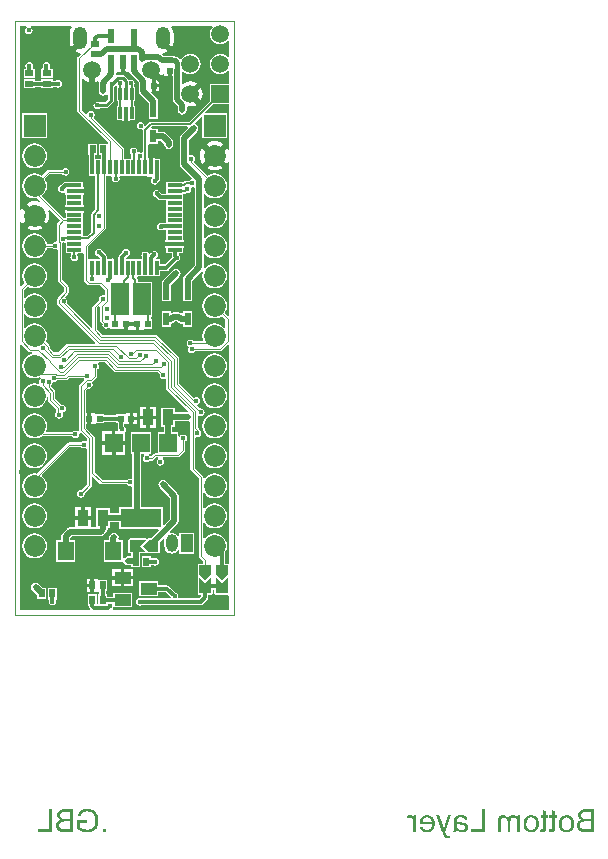
<source format=gbl>
G04*
G04 #@! TF.GenerationSoftware,Altium Limited,Altium Designer,18.1.9 (240)*
G04*
G04 Layer_Physical_Order=4*
G04 Layer_Color=16711680*
%FSLAX43Y43*%
%MOMM*%
G71*
G01*
G75*
%ADD10C,0.120*%
%ADD15C,0.100*%
%ADD26R,0.600X1.300*%
%ADD48C,0.254*%
%ADD49R,0.700X0.510*%
%ADD50R,1.400X1.000*%
%ADD62R,0.540X1.060*%
%ADD66R,0.560X0.510*%
%ADD67R,0.510X0.700*%
%ADD68R,0.510X0.560*%
%ADD69C,0.200*%
%ADD70C,0.300*%
%ADD71C,0.500*%
%ADD72C,0.152*%
%ADD73C,0.250*%
%ADD74R,1.500X1.500*%
%ADD75C,1.500*%
%ADD76R,1.000X1.500*%
%ADD77O,1.000X1.500*%
%ADD78O,1.200X1.900*%
%ADD79C,1.850*%
%ADD80R,1.850X1.850*%
%ADD81C,0.400*%
%ADD82R,3.500X1.650*%
%ADD83R,1.500X1.650*%
%ADD84R,1.200X0.300*%
%ADD85R,0.300X1.200*%
%ADD86R,0.300X0.990*%
%ADD87R,1.400X1.640*%
%ADD88R,1.500X2.700*%
%ADD89R,0.900X1.400*%
%ADD90C,0.400*%
%ADD91C,0.150*%
G36*
X4822Y49764D02*
X4731Y49646D01*
X4640Y49427D01*
X4609Y49192D01*
Y48492D01*
X4640Y48257D01*
X4725Y48053D01*
X5340Y48669D01*
X5694Y48315D01*
X5078Y47700D01*
X5282Y47615D01*
X5489Y47588D01*
X5548Y47478D01*
X5310Y47240D01*
X5270Y47180D01*
X5256Y47110D01*
Y42670D01*
X5270Y42600D01*
X5310Y42540D01*
X7837Y40013D01*
Y39870D01*
X7096D01*
Y38930D01*
X7246D01*
Y38600D01*
X6796D01*
Y38930D01*
X6946D01*
Y39870D01*
X6196D01*
Y38930D01*
X6246D01*
Y37880D01*
X6251Y37853D01*
Y37160D01*
X6797D01*
Y34334D01*
X6491Y34029D01*
X6443Y33956D01*
X6426Y33870D01*
Y32442D01*
X6087Y32104D01*
X5741D01*
Y33110D01*
Y34030D01*
X5821D01*
Y34230D01*
X4221D01*
Y34030D01*
X4301D01*
Y33563D01*
X4116D01*
X2295Y35385D01*
X2302Y35505D01*
X2396Y35577D01*
X2564Y35795D01*
X2669Y36049D01*
X2705Y36322D01*
X2669Y36595D01*
X2564Y36849D01*
X2509Y36920D01*
X2905Y37316D01*
X4008D01*
X4039Y37269D01*
X4145Y37199D01*
X4270Y37174D01*
X4395Y37199D01*
X4501Y37269D01*
X4571Y37375D01*
X4596Y37500D01*
X4571Y37625D01*
X4501Y37731D01*
X4395Y37801D01*
X4270Y37826D01*
X4145Y37801D01*
X4039Y37731D01*
X4008Y37684D01*
X2829D01*
X2759Y37670D01*
X2699Y37630D01*
X2249Y37180D01*
X2178Y37235D01*
X1924Y37340D01*
X1651Y37376D01*
X1378Y37340D01*
X1124Y37235D01*
X906Y37067D01*
X738Y36849D01*
X633Y36595D01*
X597Y36322D01*
X633Y36049D01*
X738Y35795D01*
X906Y35577D01*
X1124Y35409D01*
X1378Y35304D01*
X1651Y35268D01*
X1864Y35296D01*
X2113Y35047D01*
X2050Y34941D01*
X1891Y34989D01*
X1651Y35013D01*
X1411Y34989D01*
X1180Y34919D01*
X976Y34810D01*
X1828Y33959D01*
X2679Y33107D01*
X2788Y33311D01*
X2858Y33542D01*
X2882Y33782D01*
X2858Y34022D01*
X2810Y34181D01*
X2916Y34244D01*
X3781Y33380D01*
X3570Y33169D01*
X3530Y33109D01*
X3516Y33039D01*
Y31689D01*
X3420Y31586D01*
X3295Y31561D01*
X3189Y31491D01*
X3146Y31426D01*
X2681D01*
X2669Y31515D01*
X2564Y31769D01*
X2396Y31987D01*
X2178Y32155D01*
X1924Y32260D01*
X1651Y32296D01*
X1378Y32260D01*
X1124Y32155D01*
X906Y31987D01*
X738Y31769D01*
X633Y31515D01*
X597Y31242D01*
X633Y30969D01*
X738Y30715D01*
X906Y30497D01*
X1124Y30329D01*
X1378Y30224D01*
X1651Y30188D01*
X1924Y30224D01*
X2178Y30329D01*
X2396Y30497D01*
X2564Y30715D01*
X2669Y30969D01*
X2681Y31058D01*
X3170D01*
X3189Y31029D01*
X3295Y30959D01*
X3420Y30934D01*
X3526Y30955D01*
X3646Y30901D01*
Y28270D01*
X3660Y28200D01*
X3700Y28140D01*
X4166Y27674D01*
Y27383D01*
X3600Y26817D01*
X3560Y26758D01*
X3546Y26687D01*
Y26373D01*
X3560Y26302D01*
X3600Y26243D01*
X6779Y23064D01*
X6733Y22954D01*
X4463D01*
X4393Y22940D01*
X4333Y22900D01*
X3637Y22204D01*
X3315D01*
X2934Y22585D01*
Y22707D01*
X2920Y22778D01*
X2880Y22837D01*
X2581Y23136D01*
X2669Y23349D01*
X2705Y23622D01*
X2669Y23895D01*
X2564Y24149D01*
X2396Y24367D01*
X2178Y24535D01*
X1924Y24640D01*
X1651Y24676D01*
X1378Y24640D01*
X1124Y24535D01*
X906Y24367D01*
X850Y24294D01*
X730Y24335D01*
Y25449D01*
X850Y25490D01*
X906Y25417D01*
X1124Y25249D01*
X1378Y25144D01*
X1651Y25108D01*
X1924Y25144D01*
X2178Y25249D01*
X2396Y25417D01*
X2564Y25635D01*
X2669Y25889D01*
X2705Y26162D01*
X2669Y26435D01*
X2564Y26689D01*
X2396Y26907D01*
X2178Y27075D01*
X1924Y27180D01*
X1651Y27216D01*
X1378Y27180D01*
X1124Y27075D01*
X906Y26907D01*
X850Y26834D01*
X730Y26875D01*
Y27521D01*
X1053Y27844D01*
X1124Y27789D01*
X1378Y27684D01*
X1651Y27648D01*
X1924Y27684D01*
X2178Y27789D01*
X2396Y27957D01*
X2564Y28175D01*
X2669Y28429D01*
X2705Y28702D01*
X2669Y28975D01*
X2564Y29229D01*
X2396Y29447D01*
X2178Y29615D01*
X1924Y29720D01*
X1651Y29756D01*
X1378Y29720D01*
X1124Y29615D01*
X906Y29447D01*
X738Y29229D01*
X633Y28975D01*
X597Y28702D01*
X633Y28429D01*
X738Y28175D01*
X793Y28104D01*
X528Y27838D01*
X408Y27888D01*
Y33256D01*
X528Y33285D01*
X623Y33107D01*
X1297Y33782D01*
X623Y34457D01*
X528Y34279D01*
X408Y34308D01*
Y49884D01*
X960D01*
X997Y49764D01*
X924Y49716D01*
X854Y49610D01*
X829Y49485D01*
X854Y49360D01*
X924Y49254D01*
X1030Y49184D01*
X1155Y49159D01*
X1280Y49184D01*
X1386Y49254D01*
X1456Y49360D01*
X1481Y49485D01*
X1456Y49610D01*
X1386Y49716D01*
X1313Y49764D01*
X1350Y49884D01*
X4762D01*
X4822Y49764D01*
D02*
G37*
G36*
X16730D02*
X16614Y49613D01*
X16526Y49402D01*
X16496Y49174D01*
X16526Y48947D01*
X16614Y48736D01*
X16753Y48554D01*
X16935Y48414D01*
X17146Y48327D01*
X17374Y48297D01*
X17601Y48327D01*
X17812Y48414D01*
X17994Y48554D01*
X18014Y48580D01*
X18134Y48539D01*
Y47269D01*
X18014Y47229D01*
X17994Y47255D01*
X17812Y47394D01*
X17601Y47482D01*
X17374Y47512D01*
X17146Y47482D01*
X16935Y47394D01*
X16753Y47255D01*
X16614Y47073D01*
X16526Y46862D01*
X16496Y46634D01*
X16526Y46407D01*
X16614Y46196D01*
X16753Y46014D01*
X16935Y45874D01*
X17146Y45787D01*
X17374Y45757D01*
X17601Y45787D01*
X17812Y45874D01*
X17994Y46014D01*
X18014Y46040D01*
X18134Y45999D01*
Y44964D01*
X16504D01*
Y43506D01*
X14737Y41739D01*
X11500D01*
X11500Y41739D01*
X11424Y41724D01*
X11359Y41681D01*
X11073Y41394D01*
X11038Y41399D01*
X10950Y41441D01*
X10931Y41535D01*
X10861Y41641D01*
X10755Y41711D01*
X10630Y41736D01*
X10505Y41711D01*
X10399Y41641D01*
X10329Y41535D01*
X10304Y41410D01*
X10329Y41285D01*
X10399Y41179D01*
X10505Y41109D01*
X10630Y41084D01*
X10707Y41099D01*
X10732Y41091D01*
X10806Y41033D01*
X10822Y41009D01*
Y39177D01*
X10702Y39113D01*
X10675Y39131D01*
X10550Y39156D01*
X10456Y39138D01*
X10376Y39194D01*
X10352Y39227D01*
X10356Y39250D01*
X10331Y39375D01*
X10261Y39481D01*
X10155Y39551D01*
X10030Y39576D01*
X9905Y39551D01*
X9799Y39481D01*
X9729Y39375D01*
X9704Y39250D01*
X9729Y39125D01*
X9799Y39019D01*
X9830Y38999D01*
Y38600D01*
X9205D01*
Y39428D01*
X9191Y39499D01*
X9151Y39558D01*
X6646Y42063D01*
X6651Y42109D01*
X6721Y42215D01*
X6746Y42340D01*
X6721Y42465D01*
X6651Y42571D01*
X6545Y42641D01*
X6420Y42666D01*
X6295Y42641D01*
X6189Y42571D01*
X6119Y42465D01*
X6111Y42428D01*
X5981Y42389D01*
X5624Y42746D01*
Y45395D01*
X5737Y45433D01*
X5768Y45393D01*
X5987Y45225D01*
X6243Y45119D01*
X6517Y45083D01*
X6791Y45119D01*
X6988Y45201D01*
X7094Y45115D01*
X7083Y45060D01*
X7083Y45060D01*
Y44320D01*
X7111Y44176D01*
X7193Y44053D01*
X7316Y43971D01*
X7460Y43943D01*
X7604Y43971D01*
X7716Y44046D01*
X7768Y44033D01*
X7836Y44000D01*
Y43609D01*
X7607Y43380D01*
X7162D01*
X7085Y43431D01*
X6960Y43456D01*
X6835Y43431D01*
X6729Y43361D01*
X6659Y43255D01*
X6634Y43130D01*
X6659Y43005D01*
X6729Y42899D01*
X6835Y42829D01*
X6960Y42804D01*
X7085Y42829D01*
X7162Y42880D01*
X7710D01*
X7806Y42899D01*
X7887Y42953D01*
X8262Y43329D01*
X8316Y43410D01*
X8335Y43505D01*
Y44642D01*
X8421Y44699D01*
X8452Y44745D01*
X8589Y44755D01*
X8630Y44698D01*
Y43490D01*
X8700D01*
Y43110D01*
X8630D01*
Y41880D01*
X9050D01*
Y41800D01*
X9250D01*
Y42495D01*
X9550D01*
Y41800D01*
X9750D01*
Y41880D01*
X10170D01*
Y43110D01*
X10100D01*
Y43490D01*
X10170D01*
Y44720D01*
X10100D01*
Y44850D01*
X10098Y44860D01*
X10101Y44865D01*
X10126Y44990D01*
X10101Y45115D01*
X10031Y45221D01*
X9925Y45291D01*
X9800Y45316D01*
X9705Y45297D01*
X9586Y45281D01*
X9532Y45362D01*
X9282Y45612D01*
X9201Y45666D01*
X9105Y45685D01*
X8696D01*
X8634Y45673D01*
X8547Y45736D01*
X8527Y45761D01*
Y45860D01*
X8600Y45950D01*
X8950D01*
Y46800D01*
X9250D01*
Y45950D01*
X9586D01*
X9600Y45950D01*
X9698Y45897D01*
X9701Y45881D01*
X9783Y45758D01*
X10473Y45069D01*
Y44330D01*
X10473Y44330D01*
X10501Y44186D01*
X10583Y44063D01*
X11254Y43393D01*
X11320Y43300D01*
Y42000D01*
X12100D01*
Y43300D01*
X12087D01*
Y43470D01*
X12059Y43614D01*
X11977Y43737D01*
X11977Y43737D01*
X11504Y44209D01*
X11550Y44320D01*
X11600D01*
Y44800D01*
X11750D01*
Y44950D01*
X12205D01*
Y45100D01*
X11340Y45965D01*
X11694Y46319D01*
X12419Y45593D01*
X12434Y45612D01*
X12500Y45771D01*
X12620Y45748D01*
Y45595D01*
X12950D01*
Y46050D01*
X13250D01*
Y45595D01*
X13373D01*
Y45129D01*
X13365Y45118D01*
X13336Y44974D01*
X13336Y44974D01*
Y43630D01*
X13336Y43630D01*
X13365Y43486D01*
X13447Y43364D01*
X13773Y43038D01*
Y42710D01*
X13801Y42566D01*
X13883Y42443D01*
X14006Y42361D01*
X14150Y42333D01*
X14294Y42361D01*
X14417Y42443D01*
X14499Y42566D01*
X14527Y42710D01*
Y42962D01*
X14647Y43060D01*
X14834Y43035D01*
X15108Y43071D01*
X15363Y43177D01*
X15382Y43192D01*
X14657Y43918D01*
X14834Y44094D01*
X14657Y44271D01*
X15382Y44997D01*
X15363Y45012D01*
X15108Y45117D01*
X14834Y45153D01*
X14559Y45117D01*
X14304Y45012D01*
X14240Y44963D01*
X14169Y44993D01*
X14127Y45027D01*
Y45941D01*
X14247Y45988D01*
X14395Y45874D01*
X14606Y45787D01*
X14834Y45757D01*
X15061Y45787D01*
X15272Y45874D01*
X15454Y46014D01*
X15594Y46196D01*
X15681Y46407D01*
X15711Y46634D01*
X15681Y46862D01*
X15594Y47073D01*
X15454Y47255D01*
X15272Y47394D01*
X15061Y47482D01*
X14834Y47512D01*
X14606Y47482D01*
X14395Y47394D01*
X14213Y47255D01*
X14074Y47073D01*
X14060Y47041D01*
X13919Y47013D01*
X13751Y47181D01*
X13645Y47251D01*
X13520Y47276D01*
X13500D01*
Y47325D01*
X13111D01*
X13100Y47327D01*
X12606D01*
X12463Y47470D01*
X12515Y47579D01*
X12519Y47584D01*
X12752Y47615D01*
X12956Y47700D01*
X12340Y48315D01*
X12694Y48669D01*
X13309Y48053D01*
X13394Y48257D01*
X13425Y48492D01*
Y49192D01*
X13394Y49427D01*
X13303Y49646D01*
X13212Y49764D01*
X13272Y49884D01*
X16686D01*
X16730Y49764D01*
D02*
G37*
G36*
X18134Y39388D02*
X18014Y39359D01*
X17919Y39537D01*
X17245Y38862D01*
X17919Y38187D01*
X18014Y38365D01*
X18134Y38336D01*
Y25348D01*
X18014Y25298D01*
X17749Y25564D01*
X17804Y25635D01*
X17909Y25889D01*
X17945Y26162D01*
X17909Y26435D01*
X17804Y26689D01*
X17636Y26907D01*
X17418Y27075D01*
X17164Y27180D01*
X16891Y27216D01*
X16618Y27180D01*
X16364Y27075D01*
X16146Y26907D01*
X15978Y26689D01*
X15873Y26435D01*
X15837Y26162D01*
X15873Y25889D01*
X15978Y25635D01*
X16146Y25417D01*
X16364Y25249D01*
X16618Y25144D01*
X16891Y25108D01*
X17164Y25144D01*
X17418Y25249D01*
X17489Y25304D01*
X17812Y24981D01*
Y24335D01*
X17692Y24294D01*
X17636Y24367D01*
X17418Y24535D01*
X17164Y24640D01*
X16891Y24676D01*
X16618Y24640D01*
X16364Y24535D01*
X16146Y24367D01*
X15978Y24149D01*
X15873Y23895D01*
X15837Y23622D01*
X15873Y23349D01*
X15904Y23273D01*
X15838Y23174D01*
X15112D01*
X15081Y23221D01*
X14975Y23291D01*
X14850Y23316D01*
X14725Y23291D01*
X14619Y23221D01*
X14549Y23115D01*
X14524Y22990D01*
X14549Y22865D01*
X14619Y22759D01*
X14722Y22690D01*
X14659Y22595D01*
X14634Y22470D01*
X14659Y22345D01*
X14729Y22239D01*
X14835Y22169D01*
X14960Y22144D01*
X15085Y22169D01*
X15191Y22239D01*
X15254Y22333D01*
X17349D01*
X17419Y22347D01*
X17478Y22387D01*
X18014Y22923D01*
X18134Y22873D01*
Y4404D01*
X18014Y4324D01*
X18000Y4330D01*
X17775D01*
Y5233D01*
X17775Y5233D01*
X17768Y5269D01*
X17804Y5315D01*
X17909Y5569D01*
X17945Y5842D01*
X17909Y6115D01*
X17804Y6369D01*
X17636Y6587D01*
X17418Y6755D01*
X17164Y6860D01*
X16891Y6896D01*
X16618Y6860D01*
X16364Y6755D01*
X16146Y6587D01*
X16044Y6454D01*
X15924Y6495D01*
Y7729D01*
X16044Y7770D01*
X16146Y7637D01*
X16364Y7469D01*
X16618Y7364D01*
X16891Y7328D01*
X17164Y7364D01*
X17418Y7469D01*
X17636Y7637D01*
X17804Y7855D01*
X17909Y8109D01*
X17945Y8382D01*
X17909Y8655D01*
X17804Y8909D01*
X17636Y9127D01*
X17418Y9295D01*
X17164Y9400D01*
X16891Y9436D01*
X16618Y9400D01*
X16364Y9295D01*
X16146Y9127D01*
X16044Y8994D01*
X15924Y9035D01*
Y10269D01*
X16044Y10310D01*
X16146Y10177D01*
X16364Y10009D01*
X16618Y9904D01*
X16891Y9868D01*
X17164Y9904D01*
X17418Y10009D01*
X17636Y10177D01*
X17804Y10395D01*
X17909Y10649D01*
X17945Y10922D01*
X17909Y11195D01*
X17804Y11449D01*
X17636Y11667D01*
X17418Y11835D01*
X17164Y11940D01*
X16891Y11976D01*
X16618Y11940D01*
X16364Y11835D01*
X16146Y11667D01*
X16044Y11534D01*
X15924Y11575D01*
Y11620D01*
X15910Y11690D01*
X15870Y11750D01*
X15214Y12406D01*
Y14990D01*
X15334Y15061D01*
X15420Y15044D01*
X15545Y15069D01*
X15651Y15139D01*
X15721Y15245D01*
X15746Y15370D01*
X15721Y15495D01*
X15651Y15601D01*
X15604Y15632D01*
Y15660D01*
X15590Y15730D01*
X15550Y15790D01*
X15454Y15886D01*
Y16799D01*
X15574Y16863D01*
X15595Y16849D01*
X15720Y16824D01*
X15845Y16849D01*
X15951Y16919D01*
X16021Y17025D01*
X16046Y17150D01*
X16021Y17275D01*
X15951Y17381D01*
X15845Y17451D01*
X15720Y17476D01*
X15644Y17461D01*
X15425Y17680D01*
X15454Y17805D01*
X15462Y17813D01*
X15561Y17879D01*
X15631Y17985D01*
X15656Y18110D01*
X15631Y18235D01*
X15561Y18341D01*
X15455Y18411D01*
X15330Y18436D01*
X15205Y18411D01*
X15122Y18356D01*
X13881Y19598D01*
Y21711D01*
X13867Y21781D01*
X13827Y21841D01*
X12018Y23650D01*
X11958Y23690D01*
X11888Y23704D01*
X7391D01*
X6914Y24181D01*
Y25964D01*
X7056Y26107D01*
X7176Y26057D01*
Y24890D01*
X7190Y24820D01*
X7230Y24760D01*
X7401Y24589D01*
X7394Y24550D01*
X7419Y24425D01*
X7489Y24319D01*
X7595Y24249D01*
X7720Y24224D01*
X7845Y24249D01*
X7951Y24319D01*
X7955Y24326D01*
X8075Y24289D01*
Y24200D01*
X8808Y24200D01*
X8895Y24120D01*
X8912Y24120D01*
X9200D01*
Y24600D01*
X9500D01*
Y24120D01*
X9775D01*
X9805Y24120D01*
X9895D01*
X9925Y24120D01*
X10200D01*
Y24600D01*
X10500D01*
Y24120D01*
X10788D01*
X10805Y24120D01*
X10892Y24200D01*
X10925Y24200D01*
X11625D01*
Y25000D01*
X11474D01*
Y25230D01*
X11620D01*
Y28170D01*
X10414D01*
Y28380D01*
X10397Y28466D01*
X10349Y28539D01*
X10348Y28540D01*
X10397Y28660D01*
X12291D01*
Y29104D01*
X12807D01*
X12913Y29125D01*
X13002Y29185D01*
X13733Y29916D01*
X13795Y29929D01*
X13901Y29999D01*
X13971Y30105D01*
X13996Y30230D01*
X13971Y30355D01*
X13901Y30461D01*
X13857Y30490D01*
X13894Y30610D01*
X14241D01*
Y31030D01*
X14321D01*
Y31230D01*
X12721D01*
Y31030D01*
X12801D01*
Y30610D01*
X13246D01*
Y30379D01*
X13267Y30274D01*
X13285Y30246D01*
X12693Y29655D01*
X12291D01*
Y30100D01*
X11983D01*
X11946Y30220D01*
X12021Y30269D01*
X12091Y30375D01*
X12116Y30500D01*
X12091Y30625D01*
X12021Y30731D01*
X11915Y30801D01*
X11790Y30826D01*
X11665Y30801D01*
X11559Y30731D01*
X11489Y30625D01*
X11372Y30552D01*
X11320Y30563D01*
X11305Y30574D01*
X11241Y30671D01*
X11135Y30741D01*
X11010Y30766D01*
X10885Y30741D01*
X10779Y30671D01*
X10709Y30565D01*
X10684Y30440D01*
X10709Y30315D01*
X10746Y30260D01*
Y30100D01*
X9419D01*
X9369Y30220D01*
X9469Y30319D01*
X9515Y30329D01*
X9621Y30399D01*
X9691Y30505D01*
X9716Y30630D01*
X9691Y30755D01*
X9621Y30861D01*
X9515Y30931D01*
X9390Y30956D01*
X9265Y30931D01*
X9159Y30861D01*
X9089Y30755D01*
X9079Y30709D01*
X8826Y30456D01*
X8767Y30366D01*
X8746Y30261D01*
Y30180D01*
X8671D01*
Y29380D01*
X8371D01*
Y30180D01*
X8171D01*
Y30100D01*
X7796D01*
Y30259D01*
X7775Y30364D01*
X7716Y30454D01*
X7411Y30759D01*
X7401Y30805D01*
X7331Y30911D01*
X7225Y30981D01*
X7100Y31006D01*
X6975Y30981D01*
X6869Y30911D01*
X6799Y30805D01*
X6774Y30680D01*
X6799Y30555D01*
X6869Y30449D01*
X6975Y30379D01*
X7021Y30369D01*
X7171Y30220D01*
X7121Y30100D01*
X6251D01*
X6204Y30200D01*
Y31184D01*
X7651Y32631D01*
X7691Y32691D01*
X7705Y32761D01*
Y37160D01*
X8146D01*
X8210Y37066D01*
X8216Y37040D01*
X8194Y36928D01*
X8219Y36803D01*
X8289Y36697D01*
X8395Y36627D01*
X8520Y36602D01*
X8645Y36627D01*
X8751Y36697D01*
X8821Y36803D01*
X8846Y36928D01*
X8824Y37040D01*
X8830Y37066D01*
X8894Y37160D01*
X11171D01*
Y37080D01*
X11542D01*
X11571Y37037D01*
X11595Y36960D01*
X11539Y36875D01*
X11514Y36750D01*
X11539Y36625D01*
X11609Y36519D01*
X11715Y36449D01*
X11840Y36424D01*
X11965Y36449D01*
X12071Y36519D01*
X12141Y36625D01*
X12151Y36671D01*
X12216Y36736D01*
X12275Y36826D01*
X12296Y36931D01*
X12296Y36931D01*
Y37880D01*
X12291Y37906D01*
Y38600D01*
X11871D01*
Y38680D01*
X11671D01*
Y37880D01*
X11371D01*
Y38680D01*
X11220D01*
Y39812D01*
X11320Y39860D01*
X12100D01*
Y40133D01*
X12394D01*
X12633Y39894D01*
Y39830D01*
X12627Y39800D01*
X12655Y39656D01*
X12737Y39533D01*
X12860Y39451D01*
X13004Y39423D01*
X13010D01*
X13154Y39451D01*
X13277Y39533D01*
X13359Y39656D01*
X13387Y39800D01*
Y40050D01*
X13359Y40194D01*
X13277Y40317D01*
X13277Y40317D01*
X12817Y40777D01*
X12694Y40859D01*
X12550Y40887D01*
X12550Y40887D01*
X12100D01*
Y41160D01*
X11596D01*
X11545Y41275D01*
X11599Y41341D01*
X14591D01*
X14637Y41230D01*
X14053Y40647D01*
X13971Y40524D01*
X13943Y40380D01*
X13943Y40380D01*
Y38139D01*
X13943Y38139D01*
X13971Y37994D01*
X14053Y37872D01*
X14947Y36978D01*
X14908Y36848D01*
X14875Y36841D01*
X14769Y36771D01*
X14765Y36764D01*
X14430D01*
X14344Y36747D01*
X14271Y36699D01*
X14222Y36650D01*
X12801D01*
Y35655D01*
X12394D01*
X12301Y35749D01*
X12291Y35795D01*
X12221Y35901D01*
X12115Y35971D01*
X11990Y35996D01*
X11865Y35971D01*
X11759Y35901D01*
X11689Y35795D01*
X11664Y35670D01*
X11689Y35545D01*
X11759Y35439D01*
X11865Y35369D01*
X11911Y35359D01*
X12086Y35185D01*
X12086Y35185D01*
X12175Y35125D01*
X12280Y35104D01*
X12801D01*
Y34110D01*
Y33155D01*
X12475D01*
X12465Y33161D01*
X12340Y33186D01*
X12215Y33161D01*
X12109Y33091D01*
X12039Y32985D01*
X12014Y32860D01*
X12039Y32735D01*
X12109Y32629D01*
X12215Y32559D01*
X12340Y32534D01*
X12465Y32559D01*
X12533Y32604D01*
X12801D01*
Y31730D01*
X12721D01*
Y31530D01*
X14321D01*
Y31730D01*
X14241D01*
Y32610D01*
Y33610D01*
Y34610D01*
Y35655D01*
X14420D01*
X14505Y35672D01*
X14556Y35706D01*
X14570Y35704D01*
X14695Y35729D01*
X14801Y35799D01*
X14871Y35905D01*
X14896Y36030D01*
X14879Y36115D01*
X14946Y36203D01*
X14972Y36219D01*
X15000Y36214D01*
X15093Y36232D01*
X15213Y36164D01*
Y29586D01*
X14333Y28707D01*
X14251Y28584D01*
X14223Y28440D01*
X14223Y28440D01*
Y27820D01*
X14210D01*
Y26520D01*
X14990D01*
Y27820D01*
X14977D01*
Y28284D01*
X15796Y29102D01*
X15898Y29034D01*
X15873Y28975D01*
X15837Y28702D01*
X15873Y28429D01*
X15978Y28175D01*
X16146Y27957D01*
X16364Y27789D01*
X16618Y27684D01*
X16891Y27648D01*
X17164Y27684D01*
X17418Y27789D01*
X17636Y27957D01*
X17804Y28175D01*
X17909Y28429D01*
X17945Y28702D01*
X17909Y28975D01*
X17804Y29229D01*
X17636Y29447D01*
X17418Y29615D01*
X17164Y29720D01*
X16891Y29756D01*
X16618Y29720D01*
X16364Y29615D01*
X16146Y29447D01*
X16075Y29355D01*
X15962Y29406D01*
X15967Y29430D01*
X15967Y29430D01*
Y30532D01*
X16087Y30573D01*
X16146Y30497D01*
X16364Y30329D01*
X16618Y30224D01*
X16891Y30188D01*
X17164Y30224D01*
X17418Y30329D01*
X17636Y30497D01*
X17804Y30715D01*
X17909Y30969D01*
X17945Y31242D01*
X17909Y31515D01*
X17804Y31769D01*
X17636Y31987D01*
X17418Y32155D01*
X17164Y32260D01*
X16891Y32296D01*
X16618Y32260D01*
X16364Y32155D01*
X16146Y31987D01*
X16087Y31911D01*
X15967Y31952D01*
Y33072D01*
X16087Y33113D01*
X16146Y33037D01*
X16364Y32869D01*
X16618Y32764D01*
X16891Y32728D01*
X17164Y32764D01*
X17418Y32869D01*
X17636Y33037D01*
X17804Y33255D01*
X17909Y33509D01*
X17945Y33782D01*
X17909Y34055D01*
X17804Y34309D01*
X17636Y34527D01*
X17418Y34695D01*
X17164Y34800D01*
X16891Y34836D01*
X16618Y34800D01*
X16364Y34695D01*
X16146Y34527D01*
X16087Y34451D01*
X15967Y34492D01*
Y35612D01*
X16087Y35653D01*
X16146Y35577D01*
X16364Y35409D01*
X16618Y35304D01*
X16891Y35268D01*
X17164Y35304D01*
X17418Y35409D01*
X17636Y35577D01*
X17804Y35795D01*
X17909Y36049D01*
X17945Y36322D01*
X17909Y36595D01*
X17804Y36849D01*
X17636Y37067D01*
X17418Y37235D01*
X17164Y37340D01*
X16891Y37376D01*
X16618Y37340D01*
X16364Y37235D01*
X16293Y37180D01*
X15129Y38343D01*
X15131Y38359D01*
X15201Y38465D01*
X15226Y38590D01*
X15201Y38715D01*
X15131Y38821D01*
X15025Y38891D01*
X14900Y38916D01*
X14817Y38900D01*
X14697Y38973D01*
Y40224D01*
X15377Y40903D01*
X15459Y41026D01*
X15487Y41170D01*
X15459Y41314D01*
X15377Y41437D01*
X15254Y41519D01*
X15250Y41519D01*
X15210Y41650D01*
X15735Y42175D01*
X15846Y42129D01*
Y40357D01*
X17936D01*
Y42447D01*
X16164D01*
X16118Y42558D01*
X16785Y43224D01*
X18134D01*
Y39388D01*
D02*
G37*
G36*
X4264Y31499D02*
X4301Y31468D01*
Y30610D01*
X4712D01*
X4741Y30567D01*
X4765Y30490D01*
X4709Y30405D01*
X4684Y30280D01*
X4709Y30155D01*
X4779Y30049D01*
X4885Y29979D01*
X5010Y29954D01*
X5135Y29979D01*
X5241Y30049D01*
X5311Y30155D01*
X5336Y30280D01*
X5311Y30405D01*
X5255Y30490D01*
X5287Y30610D01*
X5741D01*
X5836Y30550D01*
Y28310D01*
X5850Y28240D01*
X5890Y28180D01*
X6130Y27940D01*
X6190Y27900D01*
X6260Y27886D01*
X7183D01*
X7606Y27463D01*
Y27107D01*
X7486Y27031D01*
X7410Y27046D01*
X7285Y27021D01*
X7179Y26951D01*
X7109Y26845D01*
X7084Y26720D01*
X7095Y26664D01*
X6600Y26170D01*
X6560Y26110D01*
X6546Y26040D01*
Y24350D01*
X6436Y24304D01*
X4381Y26359D01*
X4411Y26405D01*
X4436Y26530D01*
X4411Y26655D01*
X4341Y26761D01*
X4276Y26804D01*
X4245Y26943D01*
X4480Y27178D01*
X4520Y27237D01*
X4534Y27307D01*
Y27750D01*
X4520Y27820D01*
X4480Y27880D01*
X4014Y28346D01*
Y31415D01*
X4080Y31524D01*
X4181Y31544D01*
X4264Y31499D01*
D02*
G37*
G36*
X8369Y20610D02*
X8429Y20570D01*
X8499Y20556D01*
X12024D01*
X12238Y20342D01*
X12227Y20287D01*
X12252Y20162D01*
X12323Y20056D01*
X12428Y19985D01*
X12553Y19961D01*
X12674Y19985D01*
X12679Y19985D01*
X12794Y19918D01*
Y19189D01*
X12808Y19119D01*
X12848Y19060D01*
X14659Y17248D01*
X14600Y17137D01*
X14600Y17137D01*
X13520D01*
Y17520D01*
X12380D01*
Y15880D01*
X12573D01*
Y15499D01*
X12073D01*
Y13694D01*
X11880D01*
X11810Y13680D01*
X11750Y13640D01*
X11526Y13415D01*
X11405Y13418D01*
X11385Y13443D01*
X11373Y13460D01*
X11366Y13464D01*
X11335Y13502D01*
X11370Y13609D01*
X11513D01*
Y15499D01*
X9773D01*
Y13609D01*
X9923D01*
Y11599D01*
X9803Y11522D01*
X9730Y11536D01*
X9605Y11511D01*
X9499Y11441D01*
X9468Y11394D01*
X7386D01*
X6724Y12056D01*
Y15029D01*
X6710Y15100D01*
X6670Y15159D01*
X5984Y15845D01*
Y16120D01*
X6122D01*
Y16600D01*
Y17080D01*
X5984D01*
Y18964D01*
X6174Y19155D01*
X6230Y19144D01*
X6355Y19169D01*
X6461Y19239D01*
X6531Y19345D01*
X6556Y19470D01*
X6531Y19595D01*
X6520Y19613D01*
X6490Y19680D01*
X6550Y19720D01*
X6920Y20090D01*
X6960Y20150D01*
X6974Y20220D01*
Y20788D01*
X7021Y20819D01*
X7091Y20925D01*
X7116Y21050D01*
X7091Y21175D01*
X7030Y21266D01*
X7046Y21328D01*
X7078Y21386D01*
X7593D01*
X8369Y20610D01*
D02*
G37*
G36*
X1170Y22280D02*
X1230Y22240D01*
X1300Y22226D01*
X1419D01*
X1427Y22106D01*
X1378Y22100D01*
X1124Y21995D01*
X906Y21827D01*
X738Y21609D01*
X633Y21355D01*
X597Y21082D01*
X633Y20809D01*
X738Y20555D01*
X906Y20337D01*
X1124Y20169D01*
X1378Y20064D01*
X1651Y20028D01*
X1924Y20064D01*
X2105Y20139D01*
X2162Y20033D01*
X2099Y19991D01*
X2029Y19885D01*
X2004Y19760D01*
X2026Y19648D01*
X1995Y19605D01*
X1938Y19554D01*
X1924Y19560D01*
X1651Y19596D01*
X1378Y19560D01*
X1124Y19455D01*
X906Y19287D01*
X738Y19069D01*
X633Y18815D01*
X597Y18542D01*
X633Y18269D01*
X738Y18015D01*
X906Y17797D01*
X1124Y17629D01*
X1378Y17524D01*
X1651Y17488D01*
X1924Y17524D01*
X2178Y17629D01*
X2396Y17797D01*
X2564Y18015D01*
X2669Y18269D01*
X2686Y18401D01*
X2806Y18393D01*
Y18150D01*
X2820Y18079D01*
X2860Y18020D01*
X3446Y17434D01*
Y17097D01*
X3419Y17055D01*
X3394Y16930D01*
X3419Y16805D01*
X3489Y16699D01*
X3595Y16629D01*
X3720Y16604D01*
X3845Y16629D01*
X3951Y16699D01*
X4021Y16805D01*
X4046Y16930D01*
X4026Y17033D01*
X4022Y17056D01*
X4096Y17160D01*
X4135Y17168D01*
X4241Y17238D01*
X4311Y17344D01*
X4336Y17469D01*
X4311Y17594D01*
X4241Y17700D01*
X4135Y17770D01*
X4010Y17795D01*
X3954Y17784D01*
X3414Y18325D01*
Y18879D01*
X3400Y18950D01*
X3360Y19009D01*
X3042Y19327D01*
X3050Y19449D01*
X3081Y19469D01*
X3151Y19575D01*
X3176Y19700D01*
X3202Y19725D01*
X3260Y19714D01*
X3385Y19739D01*
X3491Y19809D01*
X3516Y19846D01*
X4280D01*
X4350Y19860D01*
X4410Y19900D01*
X4536Y20026D01*
X5820D01*
X5870Y19906D01*
X5430Y19467D01*
X5390Y19408D01*
X5376Y19337D01*
Y15670D01*
X5386Y15624D01*
X5327Y15565D01*
X5288Y15544D01*
X5222Y15589D01*
X5097Y15613D01*
X4972Y15589D01*
X4866Y15518D01*
X4835Y15471D01*
X2692D01*
X2612Y15591D01*
X2669Y15729D01*
X2705Y16002D01*
X2669Y16275D01*
X2564Y16529D01*
X2396Y16747D01*
X2178Y16915D01*
X1924Y17020D01*
X1651Y17056D01*
X1378Y17020D01*
X1124Y16915D01*
X906Y16747D01*
X738Y16529D01*
X633Y16275D01*
X597Y16002D01*
X633Y15729D01*
X738Y15475D01*
X906Y15257D01*
X1124Y15089D01*
X1378Y14984D01*
X1651Y14948D01*
X1924Y14984D01*
X2178Y15089D01*
X2253Y15146D01*
X2296Y15118D01*
X2366Y15104D01*
X4835D01*
X4866Y15057D01*
X4972Y14986D01*
X5097Y14961D01*
X5222Y14986D01*
X5328Y15057D01*
X5399Y15162D01*
X5423Y15287D01*
X5423Y15289D01*
X5517Y15425D01*
X5541Y15429D01*
X6111Y14859D01*
X6101Y14740D01*
X5996Y14684D01*
X5956Y14711D01*
X5831Y14736D01*
X5706Y14711D01*
X5600Y14641D01*
X5569Y14594D01*
X4530D01*
X4460Y14580D01*
X4400Y14540D01*
X1815Y11954D01*
X1651Y11976D01*
X1378Y11940D01*
X1124Y11835D01*
X906Y11667D01*
X738Y11449D01*
X633Y11195D01*
X597Y10922D01*
X633Y10649D01*
X738Y10395D01*
X906Y10177D01*
X1124Y10009D01*
X1378Y9904D01*
X1651Y9868D01*
X1924Y9904D01*
X2178Y10009D01*
X2396Y10177D01*
X2564Y10395D01*
X2669Y10649D01*
X2705Y10922D01*
X2669Y11195D01*
X2564Y11449D01*
X2396Y11667D01*
X2271Y11764D01*
X2263Y11883D01*
X4606Y14226D01*
X5569D01*
X5600Y14179D01*
X5706Y14109D01*
X5831Y14084D01*
X5956Y14109D01*
X5996Y14136D01*
X6116Y14072D01*
Y11036D01*
X5626Y10545D01*
X5570Y10556D01*
X5445Y10531D01*
X5339Y10461D01*
X5269Y10355D01*
X5244Y10230D01*
X5269Y10105D01*
X5339Y9999D01*
X5445Y9929D01*
X5570Y9904D01*
X5695Y9929D01*
X5801Y9999D01*
X5871Y10105D01*
X5896Y10230D01*
X5885Y10286D01*
X6430Y10830D01*
X6470Y10890D01*
X6484Y10960D01*
Y11620D01*
X6594Y11666D01*
X7190Y11070D01*
X7250Y11030D01*
X7320Y11016D01*
X7370Y11026D01*
X9468D01*
X9499Y10979D01*
X9605Y10909D01*
X9730Y10884D01*
X9803Y10898D01*
X9923Y10821D01*
Y9149D01*
X8773D01*
Y8581D01*
X8020D01*
Y9024D01*
X6880D01*
Y7412D01*
X6400D01*
Y8054D01*
X5100D01*
Y7412D01*
X4660D01*
X4660Y7412D01*
X4516Y7384D01*
X4393Y7302D01*
X4353Y7262D01*
X4353Y7262D01*
X4018Y6927D01*
X3936Y6804D01*
X3908Y6660D01*
X3908Y6660D01*
Y6340D01*
X3465D01*
Y4460D01*
X5105D01*
Y6340D01*
X4662D01*
Y6504D01*
X4816Y6658D01*
X7235D01*
X7235Y6658D01*
X7379Y6686D01*
X7502Y6768D01*
X7717Y6983D01*
X7717Y6983D01*
X7799Y7106D01*
X7827Y7250D01*
X7827Y7250D01*
Y7384D01*
X8020D01*
Y7827D01*
X8773D01*
Y7259D01*
X12127D01*
X12173Y7148D01*
X11496Y6472D01*
X11300D01*
X11262Y6456D01*
X11142Y6434D01*
X11050Y6472D01*
X9700D01*
X9608Y6434D01*
X9570Y6342D01*
Y5342D01*
X9608Y5250D01*
X9700Y5212D01*
X9823D01*
Y4947D01*
X9560D01*
X9416Y4919D01*
X9293Y4837D01*
X9255Y4780D01*
X9135Y4816D01*
Y6340D01*
X8819D01*
X8788Y6376D01*
X8743Y6460D01*
X8767Y6580D01*
X8739Y6724D01*
X8657Y6847D01*
X8534Y6929D01*
X8390Y6957D01*
X8246Y6929D01*
X8123Y6847D01*
X8048Y6772D01*
X7966Y6649D01*
X7938Y6505D01*
X7938Y6505D01*
Y6340D01*
X7495D01*
Y4460D01*
X9101Y4460D01*
X9166Y4440D01*
X9230Y4399D01*
X9293Y4303D01*
X9416Y4221D01*
X9560Y4193D01*
X9825D01*
Y4030D01*
X10575D01*
Y4489D01*
X10577Y4500D01*
Y5212D01*
X11050D01*
X11142Y5250D01*
X11262Y5228D01*
X11300Y5212D01*
X12100D01*
X12192Y5250D01*
X12230Y5342D01*
Y6138D01*
X12526Y6435D01*
X12640Y6379D01*
X12630Y6300D01*
Y5800D01*
X12651Y5638D01*
X12713Y5487D01*
X12813Y5358D01*
X12942Y5258D01*
X13093Y5196D01*
X13255Y5175D01*
X13417Y5196D01*
X13568Y5258D01*
X13697Y5358D01*
X13785Y5472D01*
X13839Y5468D01*
X13905Y5439D01*
Y5180D01*
X15145D01*
Y6920D01*
X13905D01*
Y6661D01*
X13839Y6632D01*
X13785Y6628D01*
X13697Y6742D01*
X13568Y6842D01*
X13417Y6904D01*
X13255Y6925D01*
X13176Y6915D01*
X13120Y7029D01*
X13737Y7645D01*
X13819Y7768D01*
X13847Y7912D01*
X13847Y7912D01*
Y10060D01*
X13847Y10060D01*
X13819Y10204D01*
X13737Y10327D01*
X12767Y11297D01*
X12644Y11379D01*
X12500Y11407D01*
X12356Y11379D01*
X12233Y11297D01*
X12151Y11174D01*
X12123Y11030D01*
X12151Y10886D01*
X12233Y10763D01*
X13093Y9904D01*
Y8068D01*
X12623Y7599D01*
X12513Y7645D01*
Y9149D01*
X10677D01*
Y13609D01*
X10919D01*
X10956Y13489D01*
X10912Y13460D01*
X10841Y13354D01*
X10816Y13229D01*
X10841Y13104D01*
X10912Y12998D01*
X11018Y12928D01*
X11143Y12903D01*
X11267Y12928D01*
X11373Y12998D01*
X11405Y13046D01*
X11599D01*
X11669Y13060D01*
X11729Y13099D01*
X11956Y13326D01*
X12071D01*
X12108Y13206D01*
X12069Y13181D01*
X11999Y13075D01*
X11974Y12950D01*
X11999Y12825D01*
X12069Y12719D01*
X12175Y12649D01*
X12300Y12624D01*
X12425Y12649D01*
X12531Y12719D01*
X12601Y12825D01*
X12626Y12950D01*
X12601Y13075D01*
X12531Y13181D01*
X12492Y13206D01*
X12529Y13326D01*
X13790D01*
X13860Y13340D01*
X13920Y13380D01*
X14360Y13820D01*
X14400Y13880D01*
X14414Y13950D01*
Y14688D01*
X14461Y14719D01*
X14531Y14825D01*
X14556Y14950D01*
X14531Y15075D01*
X14461Y15181D01*
X14355Y15251D01*
X14230Y15276D01*
X14105Y15251D01*
X13999Y15181D01*
X13933Y15081D01*
X13924Y15079D01*
X13813Y15127D01*
Y15499D01*
X13327D01*
Y15880D01*
X13520D01*
Y16383D01*
X14600D01*
X14726Y16408D01*
X14846Y16357D01*
Y12330D01*
X14860Y12260D01*
X14900Y12200D01*
X15556Y11544D01*
Y4980D01*
X15570Y4910D01*
X15610Y4850D01*
X15916Y4544D01*
Y4330D01*
X15600D01*
X15508Y4292D01*
X15470Y4200D01*
Y3400D01*
X15486Y3362D01*
X15508Y3242D01*
X15470Y3150D01*
Y1800D01*
X15508Y1708D01*
X15600Y1670D01*
X15711D01*
X15761Y1550D01*
X15586Y1375D01*
X13888D01*
X13811Y1495D01*
X13826Y1570D01*
X13801Y1695D01*
X13731Y1801D01*
X13625Y1871D01*
X13579Y1881D01*
X13065Y2395D01*
X12975Y2454D01*
X12870Y2475D01*
X12120D01*
Y2820D01*
X10480D01*
Y1580D01*
X12120D01*
Y1925D01*
X12756D01*
X13185Y1495D01*
X13185Y1485D01*
X13112Y1375D01*
X10719D01*
X10695Y1391D01*
X10570Y1416D01*
X10445Y1391D01*
X10339Y1321D01*
X10269Y1215D01*
X10244Y1090D01*
X10269Y965D01*
X10339Y859D01*
X10445Y789D01*
X10570Y764D01*
X10695Y789D01*
X10749Y825D01*
X15700D01*
X15805Y846D01*
X15895Y905D01*
X16295Y1305D01*
X16295Y1305D01*
X16354Y1395D01*
X16375Y1500D01*
Y1670D01*
X16600D01*
X16692Y1708D01*
X16730Y1800D01*
Y2125D01*
X16870D01*
Y1800D01*
X16908Y1708D01*
X17000Y1670D01*
X18000D01*
X18014Y1676D01*
X18134Y1596D01*
Y408D01*
X8304D01*
X8287Y428D01*
X8250Y528D01*
X8301Y604D01*
X8307Y630D01*
X9920D01*
Y1870D01*
X8280D01*
Y1525D01*
X7796D01*
Y1720D01*
X7696D01*
Y2005D01*
X7796D01*
Y2945D01*
X7063Y2945D01*
X6976Y3025D01*
X6959Y3025D01*
X6671D01*
Y2475D01*
Y1925D01*
X6959D01*
X6976Y1925D01*
X7026Y1971D01*
X7146Y1920D01*
Y1720D01*
X7046D01*
Y870D01*
X6896D01*
Y1720D01*
X6146D01*
Y780D01*
X6246D01*
Y739D01*
X6267Y634D01*
X6326Y544D01*
X6352Y519D01*
X6306Y408D01*
X408D01*
Y22873D01*
X528Y22923D01*
X1170Y22280D01*
D02*
G37*
G36*
X12100Y5342D02*
X11300D01*
X10800Y5842D01*
X11300Y6342D01*
X12100D01*
Y5342D01*
D02*
G37*
G36*
X10550Y5842D02*
X11050Y5342D01*
X9700D01*
Y6342D01*
X11050D01*
X10550Y5842D01*
D02*
G37*
G36*
X18000Y3400D02*
X17500Y2900D01*
X17000Y3400D01*
Y4200D01*
X18000D01*
Y3400D01*
D02*
G37*
G36*
X16600D02*
X16100Y2900D01*
X15600Y3400D01*
Y4200D01*
X16600D01*
Y3400D01*
D02*
G37*
G36*
X18000Y1800D02*
X17000D01*
Y3150D01*
X17500Y2650D01*
X18000Y3150D01*
Y1800D01*
D02*
G37*
G36*
X16600D02*
X15600D01*
Y3150D01*
X16100Y2650D01*
X16600Y3150D01*
Y1800D01*
D02*
G37*
G36*
X42188Y-16964D02*
X42235Y-16972D01*
X42277Y-16981D01*
X42313Y-16992D01*
X42344Y-17006D01*
X42366Y-17014D01*
X42380Y-17022D01*
X42385Y-17025D01*
X42424Y-17050D01*
X42457Y-17078D01*
X42488Y-17106D01*
X42513Y-17133D01*
X42532Y-17156D01*
X42549Y-17175D01*
X42557Y-17186D01*
X42560Y-17192D01*
Y-16992D01*
X42771D01*
Y-18386D01*
X42535D01*
Y-17664D01*
X42532Y-17597D01*
X42530Y-17539D01*
X42524Y-17489D01*
X42516Y-17447D01*
X42507Y-17417D01*
X42502Y-17394D01*
X42499Y-17381D01*
X42496Y-17375D01*
X42480Y-17339D01*
X42460Y-17308D01*
X42441Y-17281D01*
X42421Y-17258D01*
X42402Y-17242D01*
X42388Y-17231D01*
X42377Y-17222D01*
X42374Y-17220D01*
X42341Y-17203D01*
X42310Y-17189D01*
X42277Y-17181D01*
X42249Y-17172D01*
X42227Y-17170D01*
X42208Y-17167D01*
X42191D01*
X42144Y-17170D01*
X42105Y-17178D01*
X42072Y-17192D01*
X42047Y-17206D01*
X42027Y-17222D01*
X42013Y-17233D01*
X42005Y-17245D01*
X42002Y-17247D01*
X41983Y-17281D01*
X41969Y-17317D01*
X41958Y-17356D01*
X41952Y-17394D01*
X41947Y-17428D01*
X41944Y-17458D01*
Y-17469D01*
Y-17475D01*
Y-17481D01*
Y-17483D01*
Y-18386D01*
X41708Y-18386D01*
Y-17578D01*
X41702Y-17503D01*
X41691Y-17439D01*
X41677Y-17386D01*
X41658Y-17342D01*
X41641Y-17308D01*
X41625Y-17286D01*
X41613Y-17272D01*
X41611Y-17267D01*
X41572Y-17233D01*
X41530Y-17208D01*
X41489Y-17192D01*
X41450Y-17178D01*
X41416Y-17172D01*
X41389Y-17170D01*
X41378Y-17167D01*
X41364D01*
X41333Y-17170D01*
X41308Y-17172D01*
X41283Y-17178D01*
X41264Y-17186D01*
X41244Y-17195D01*
X41233Y-17200D01*
X41225Y-17203D01*
X41222Y-17206D01*
X41200Y-17222D01*
X41183Y-17239D01*
X41169Y-17256D01*
X41158Y-17272D01*
X41150Y-17286D01*
X41144Y-17297D01*
X41139Y-17306D01*
Y-17308D01*
X41130Y-17333D01*
X41125Y-17367D01*
X41122Y-17400D01*
X41119Y-17433D01*
X41117Y-17464D01*
Y-17489D01*
Y-17506D01*
Y-17508D01*
Y-17511D01*
Y-18386D01*
X40881D01*
Y-17431D01*
Y-17386D01*
X40886Y-17347D01*
X40892Y-17308D01*
X40897Y-17275D01*
X40906Y-17242D01*
X40917Y-17214D01*
X40925Y-17189D01*
X40936Y-17164D01*
X40947Y-17145D01*
X40956Y-17125D01*
X40975Y-17100D01*
X40986Y-17084D01*
X40992Y-17078D01*
X41036Y-17039D01*
X41089Y-17011D01*
X41142Y-16989D01*
X41192Y-16975D01*
X41239Y-16967D01*
X41258Y-16964D01*
X41278D01*
X41291Y-16961D01*
X41311D01*
X41361Y-16964D01*
X41405Y-16972D01*
X41450Y-16984D01*
X41491Y-17000D01*
X41530Y-17020D01*
X41566Y-17039D01*
X41597Y-17061D01*
X41627Y-17084D01*
X41655Y-17109D01*
X41677Y-17131D01*
X41697Y-17150D01*
X41713Y-17170D01*
X41727Y-17186D01*
X41736Y-17197D01*
X41741Y-17206D01*
X41744Y-17208D01*
X41761Y-17167D01*
X41783Y-17131D01*
X41808Y-17100D01*
X41830Y-17075D01*
X41852Y-17053D01*
X41869Y-17039D01*
X41880Y-17031D01*
X41886Y-17028D01*
X41924Y-17006D01*
X41966Y-16989D01*
X42008Y-16978D01*
X42049Y-16970D01*
X42083Y-16964D01*
X42113Y-16961D01*
X42138D01*
X42188Y-16964D01*
D02*
G37*
G36*
X37768Y-16964D02*
X37827Y-16970D01*
X37882Y-16978D01*
X37927Y-16986D01*
X37966Y-16995D01*
X37993Y-17003D01*
X38004Y-17006D01*
X38013Y-17009D01*
X38016Y-17011D01*
X38018D01*
X38065Y-17031D01*
X38107Y-17056D01*
X38143Y-17078D01*
X38174Y-17100D01*
X38196Y-17122D01*
X38213Y-17139D01*
X38224Y-17150D01*
X38227Y-17153D01*
X38251Y-17189D01*
X38274Y-17228D01*
X38290Y-17267D01*
X38304Y-17303D01*
X38315Y-17339D01*
X38324Y-17364D01*
X38326Y-17375D01*
Y-17383D01*
X38329Y-17386D01*
Y-17389D01*
X38099Y-17419D01*
X38082Y-17369D01*
X38065Y-17325D01*
X38046Y-17289D01*
X38029Y-17261D01*
X38013Y-17239D01*
X37999Y-17225D01*
X37988Y-17217D01*
X37985Y-17214D01*
X37952Y-17195D01*
X37913Y-17181D01*
X37871Y-17170D01*
X37832Y-17164D01*
X37793Y-17158D01*
X37766Y-17156D01*
X37738D01*
X37674Y-17158D01*
X37619Y-17167D01*
X37574Y-17181D01*
X37535Y-17195D01*
X37507Y-17211D01*
X37485Y-17222D01*
X37471Y-17233D01*
X37469Y-17236D01*
X37446Y-17261D01*
X37430Y-17292D01*
X37416Y-17325D01*
X37408Y-17358D01*
X37402Y-17389D01*
X37399Y-17417D01*
Y-17433D01*
Y-17436D01*
Y-17439D01*
Y-17444D01*
Y-17456D01*
Y-17475D01*
X37402Y-17492D01*
Y-17497D01*
Y-17500D01*
X37430Y-17508D01*
X37460Y-17517D01*
X37524Y-17533D01*
X37596Y-17547D01*
X37663Y-17561D01*
X37696Y-17567D01*
X37727Y-17569D01*
X37755Y-17575D01*
X37777Y-17578D01*
X37796Y-17580D01*
X37810D01*
X37821Y-17583D01*
X37824D01*
X37874Y-17589D01*
X37916Y-17597D01*
X37952Y-17603D01*
X37979Y-17608D01*
X38002Y-17611D01*
X38018Y-17617D01*
X38029Y-17619D01*
X38032D01*
X38068Y-17630D01*
X38099Y-17642D01*
X38129Y-17655D01*
X38154Y-17667D01*
X38177Y-17678D01*
X38190Y-17689D01*
X38202Y-17694D01*
X38204Y-17697D01*
X38232Y-17716D01*
X38254Y-17739D01*
X38276Y-17761D01*
X38293Y-17783D01*
X38307Y-17803D01*
X38318Y-17819D01*
X38324Y-17830D01*
X38326Y-17833D01*
X38340Y-17864D01*
X38351Y-17897D01*
X38360Y-17927D01*
X38365Y-17958D01*
X38368Y-17983D01*
X38371Y-18002D01*
Y-18014D01*
Y-18019D01*
X38368Y-18052D01*
X38365Y-18080D01*
X38351Y-18138D01*
X38332Y-18186D01*
X38310Y-18227D01*
X38288Y-18261D01*
X38268Y-18286D01*
X38254Y-18300D01*
X38249Y-18305D01*
X38199Y-18341D01*
X38143Y-18369D01*
X38082Y-18388D01*
X38027Y-18402D01*
X37977Y-18411D01*
X37954Y-18413D01*
X37935D01*
X37918Y-18416D01*
X37896D01*
X37846Y-18413D01*
X37796Y-18408D01*
X37752Y-18402D01*
X37713Y-18394D01*
X37682Y-18386D01*
X37657Y-18377D01*
X37641Y-18374D01*
X37635Y-18372D01*
X37588Y-18352D01*
X37544Y-18327D01*
X37502Y-18300D01*
X37460Y-18275D01*
X37427Y-18250D01*
X37402Y-18230D01*
X37385Y-18216D01*
X37383Y-18211D01*
X37380D01*
X37374Y-18247D01*
X37369Y-18280D01*
X37363Y-18311D01*
X37355Y-18336D01*
X37346Y-18358D01*
X37341Y-18372D01*
X37338Y-18383D01*
X37335Y-18386D01*
X37088D01*
X37102Y-18355D01*
X37116Y-18324D01*
X37127Y-18297D01*
X37133Y-18272D01*
X37141Y-18250D01*
X37144Y-18233D01*
X37147Y-18222D01*
Y-18219D01*
X37149Y-18200D01*
X37152Y-18175D01*
Y-18147D01*
X37155Y-18116D01*
X37158Y-18047D01*
Y-17977D01*
X37160Y-17911D01*
Y-17880D01*
Y-17855D01*
Y-17833D01*
Y-17816D01*
Y-17805D01*
Y-17803D01*
Y-17486D01*
Y-17433D01*
X37163Y-17386D01*
X37166Y-17350D01*
Y-17319D01*
X37169Y-17297D01*
X37172Y-17281D01*
X37174Y-17272D01*
Y-17270D01*
X37183Y-17233D01*
X37194Y-17203D01*
X37205Y-17178D01*
X37219Y-17153D01*
X37230Y-17136D01*
X37238Y-17122D01*
X37244Y-17114D01*
X37247Y-17111D01*
X37269Y-17089D01*
X37294Y-17067D01*
X37321Y-17050D01*
X37349Y-17034D01*
X37374Y-17022D01*
X37394Y-17014D01*
X37408Y-17009D01*
X37413Y-17006D01*
X37458Y-16992D01*
X37505Y-16981D01*
X37552Y-16972D01*
X37599Y-16967D01*
X37641Y-16964D01*
X37671Y-16961D01*
X37702D01*
X37768Y-16964D01*
D02*
G37*
G36*
X36405Y-18386D02*
X36416Y-18411D01*
X36422Y-18430D01*
X36428Y-18441D01*
Y-18444D01*
X36444Y-18491D01*
X36461Y-18530D01*
X36472Y-18563D01*
X36483Y-18585D01*
X36489Y-18602D01*
X36494Y-18613D01*
X36500Y-18619D01*
Y-18622D01*
X36522Y-18652D01*
X36547Y-18674D01*
X36558Y-18683D01*
X36566Y-18688D01*
X36572Y-18694D01*
X36575D01*
X36594Y-18702D01*
X36614Y-18710D01*
X36655Y-18719D01*
X36672D01*
X36686Y-18721D01*
X36700D01*
X36744Y-18719D01*
X36788Y-18710D01*
X36805Y-18705D01*
X36819Y-18702D01*
X36830Y-18699D01*
X36833D01*
X36808Y-18919D01*
X36777Y-18930D01*
X36750Y-18935D01*
X36725Y-18941D01*
X36702Y-18946D01*
X36683D01*
X36669Y-18949D01*
X36658D01*
X36616Y-18946D01*
X36580Y-18941D01*
X36547Y-18932D01*
X36519Y-18921D01*
X36494Y-18910D01*
X36477Y-18902D01*
X36466Y-18896D01*
X36464Y-18894D01*
X36433Y-18871D01*
X36408Y-18844D01*
X36383Y-18816D01*
X36361Y-18788D01*
X36344Y-18763D01*
X36330Y-18744D01*
X36322Y-18730D01*
X36319Y-18724D01*
X36311Y-18705D01*
X36300Y-18685D01*
X36278Y-18638D01*
X36255Y-18585D01*
X36236Y-18533D01*
X36217Y-18486D01*
X36208Y-18463D01*
X36200Y-18444D01*
X36194Y-18430D01*
X36189Y-18419D01*
X36186Y-18411D01*
Y-18408D01*
X35656Y-16992D01*
X35892D01*
X36192Y-17805D01*
X36214Y-17864D01*
X36230Y-17919D01*
X36250Y-17975D01*
X36264Y-18022D01*
X36275Y-18064D01*
X36280Y-18080D01*
X36283Y-18094D01*
X36286Y-18105D01*
X36289Y-18114D01*
X36291Y-18119D01*
Y-18122D01*
X36308Y-18058D01*
X36325Y-18000D01*
X36341Y-17944D01*
X36358Y-17897D01*
X36372Y-17858D01*
X36378Y-17841D01*
X36383Y-17828D01*
X36386Y-17814D01*
X36389Y-17805D01*
X36391Y-17803D01*
Y-17800D01*
X36683Y-16992D01*
X36933D01*
X36405Y-18386D01*
D02*
G37*
G36*
X45717Y-16648D02*
Y-16992D01*
X45892D01*
Y-17175D01*
X45717D01*
Y-17980D01*
Y-18019D01*
Y-18052D01*
X45714Y-18083D01*
X45711Y-18114D01*
Y-18138D01*
X45708Y-18161D01*
X45703Y-18197D01*
X45697Y-18225D01*
X45695Y-18244D01*
X45689Y-18255D01*
Y-18258D01*
X45678Y-18283D01*
X45661Y-18302D01*
X45645Y-18322D01*
X45631Y-18336D01*
X45614Y-18349D01*
X45603Y-18358D01*
X45595Y-18363D01*
X45592Y-18366D01*
X45561Y-18380D01*
X45531Y-18388D01*
X45497Y-18397D01*
X45464Y-18399D01*
X45436Y-18402D01*
X45414Y-18405D01*
X45392D01*
X45331Y-18402D01*
X45300Y-18399D01*
X45273Y-18394D01*
X45248Y-18391D01*
X45228Y-18388D01*
X45217Y-18386D01*
X45211D01*
X45242Y-18177D01*
X45264Y-18180D01*
X45286Y-18183D01*
X45306D01*
X45320Y-18186D01*
X45348D01*
X45384Y-18183D01*
X45409Y-18177D01*
X45422Y-18172D01*
X45428Y-18169D01*
X45447Y-18155D01*
X45459Y-18141D01*
X45467Y-18130D01*
X45470Y-18125D01*
X45472Y-18111D01*
X45475Y-18091D01*
X45478Y-18047D01*
X45481Y-18027D01*
Y-18011D01*
Y-18000D01*
Y-17994D01*
Y-17175D01*
X45242D01*
Y-16992D01*
X45481D01*
Y-16506D01*
X45717Y-16648D01*
D02*
G37*
G36*
X44970D02*
Y-16992D01*
X45145D01*
Y-17175D01*
X44970D01*
Y-17980D01*
Y-18019D01*
Y-18052D01*
X44967Y-18083D01*
X44964Y-18114D01*
Y-18138D01*
X44962Y-18161D01*
X44956Y-18197D01*
X44951Y-18225D01*
X44948Y-18244D01*
X44942Y-18255D01*
Y-18258D01*
X44931Y-18283D01*
X44914Y-18302D01*
X44898Y-18322D01*
X44884Y-18336D01*
X44867Y-18349D01*
X44856Y-18358D01*
X44848Y-18363D01*
X44845Y-18366D01*
X44814Y-18380D01*
X44784Y-18388D01*
X44751Y-18397D01*
X44717Y-18399D01*
X44690Y-18402D01*
X44667Y-18405D01*
X44645D01*
X44584Y-18402D01*
X44554Y-18399D01*
X44526Y-18394D01*
X44501Y-18391D01*
X44481Y-18388D01*
X44470Y-18386D01*
X44465D01*
X44495Y-18177D01*
X44517Y-18180D01*
X44540Y-18183D01*
X44559D01*
X44573Y-18186D01*
X44601D01*
X44637Y-18183D01*
X44662Y-18177D01*
X44676Y-18172D01*
X44681Y-18169D01*
X44701Y-18155D01*
X44712Y-18141D01*
X44720Y-18130D01*
X44723Y-18125D01*
X44726Y-18111D01*
X44728Y-18091D01*
X44731Y-18047D01*
X44734Y-18027D01*
Y-18011D01*
Y-18000D01*
Y-17994D01*
Y-17175D01*
X44495D01*
Y-16992D01*
X44734D01*
Y-16506D01*
X44970Y-16648D01*
D02*
G37*
G36*
X34937Y-16964D02*
X34987Y-16970D01*
X35034Y-16978D01*
X35078Y-16992D01*
X35120Y-17006D01*
X35159Y-17022D01*
X35195Y-17039D01*
X35225Y-17059D01*
X35256Y-17075D01*
X35281Y-17095D01*
X35303Y-17111D01*
X35320Y-17125D01*
X35334Y-17139D01*
X35345Y-17147D01*
X35350Y-17153D01*
X35353Y-17156D01*
X35384Y-17195D01*
X35411Y-17236D01*
X35436Y-17278D01*
X35459Y-17322D01*
X35475Y-17369D01*
X35489Y-17414D01*
X35511Y-17503D01*
X35520Y-17542D01*
X35525Y-17580D01*
X35528Y-17614D01*
X35531Y-17644D01*
X35534Y-17669D01*
Y-17686D01*
Y-17700D01*
Y-17703D01*
X35531Y-17764D01*
X35525Y-17822D01*
X35517Y-17878D01*
X35506Y-17927D01*
X35492Y-17975D01*
X35478Y-18019D01*
X35461Y-18058D01*
X35445Y-18094D01*
X35428Y-18125D01*
X35411Y-18152D01*
X35398Y-18175D01*
X35384Y-18194D01*
X35373Y-18211D01*
X35364Y-18222D01*
X35359Y-18227D01*
X35356Y-18230D01*
X35320Y-18263D01*
X35284Y-18291D01*
X35245Y-18316D01*
X35203Y-18338D01*
X35164Y-18355D01*
X35123Y-18372D01*
X35045Y-18394D01*
X35009Y-18399D01*
X34976Y-18405D01*
X34945Y-18411D01*
X34920Y-18413D01*
X34901Y-18416D01*
X34870D01*
X34784Y-18411D01*
X34706Y-18397D01*
X34637Y-18380D01*
X34609Y-18369D01*
X34581Y-18358D01*
X34556Y-18347D01*
X34534Y-18336D01*
X34517Y-18327D01*
X34501Y-18319D01*
X34490Y-18311D01*
X34481Y-18305D01*
X34476Y-18300D01*
X34473D01*
X34418Y-18250D01*
X34373Y-18197D01*
X34334Y-18141D01*
X34306Y-18089D01*
X34284Y-18041D01*
X34276Y-18019D01*
X34268Y-18002D01*
X34262Y-17986D01*
X34259Y-17975D01*
X34257Y-17969D01*
Y-17966D01*
X34501Y-17936D01*
X34523Y-17989D01*
X34548Y-18033D01*
X34573Y-18072D01*
X34595Y-18102D01*
X34615Y-18125D01*
X34631Y-18141D01*
X34645Y-18152D01*
X34648Y-18155D01*
X34684Y-18177D01*
X34720Y-18194D01*
X34759Y-18205D01*
X34792Y-18213D01*
X34823Y-18219D01*
X34848Y-18222D01*
X34870D01*
X34903Y-18219D01*
X34934Y-18216D01*
X34989Y-18202D01*
X35039Y-18183D01*
X35084Y-18161D01*
X35117Y-18141D01*
X35142Y-18122D01*
X35159Y-18108D01*
X35162Y-18102D01*
X35164D01*
X35203Y-18052D01*
X35234Y-17997D01*
X35256Y-17936D01*
X35273Y-17880D01*
X35281Y-17830D01*
X35286Y-17808D01*
X35289Y-17789D01*
Y-17772D01*
X35292Y-17761D01*
Y-17753D01*
Y-17750D01*
X34251D01*
X34248Y-17722D01*
Y-17703D01*
Y-17692D01*
Y-17689D01*
X34251Y-17625D01*
X34257Y-17567D01*
X34265Y-17511D01*
X34276Y-17458D01*
X34290Y-17411D01*
X34304Y-17367D01*
X34320Y-17328D01*
X34337Y-17292D01*
X34354Y-17258D01*
X34370Y-17231D01*
X34384Y-17208D01*
X34398Y-17189D01*
X34409Y-17172D01*
X34418Y-17161D01*
X34423Y-17156D01*
X34426Y-17153D01*
X34459Y-17120D01*
X34495Y-17089D01*
X34534Y-17064D01*
X34573Y-17042D01*
X34612Y-17022D01*
X34648Y-17009D01*
X34687Y-16995D01*
X34720Y-16986D01*
X34756Y-16978D01*
X34787Y-16972D01*
X34815Y-16967D01*
X34837Y-16964D01*
X34856Y-16961D01*
X34884D01*
X34937Y-16964D01*
D02*
G37*
G36*
X49020Y-18386D02*
X48288D01*
X48221Y-18383D01*
X48163Y-18380D01*
X48110Y-18374D01*
X48065Y-18369D01*
X48029Y-18363D01*
X48002Y-18361D01*
X47985Y-18355D01*
X47979D01*
X47932Y-18341D01*
X47893Y-18327D01*
X47857Y-18311D01*
X47827Y-18294D01*
X47802Y-18283D01*
X47782Y-18272D01*
X47771Y-18263D01*
X47768Y-18261D01*
X47738Y-18236D01*
X47710Y-18205D01*
X47688Y-18175D01*
X47666Y-18147D01*
X47649Y-18119D01*
X47638Y-18100D01*
X47630Y-18086D01*
X47627Y-18080D01*
X47607Y-18036D01*
X47593Y-17991D01*
X47582Y-17950D01*
X47577Y-17911D01*
X47571Y-17878D01*
X47568Y-17850D01*
Y-17833D01*
Y-17830D01*
Y-17828D01*
X47571Y-17766D01*
X47582Y-17711D01*
X47599Y-17664D01*
X47616Y-17619D01*
X47632Y-17586D01*
X47649Y-17561D01*
X47660Y-17544D01*
X47663Y-17539D01*
X47702Y-17494D01*
X47743Y-17458D01*
X47791Y-17428D01*
X47832Y-17403D01*
X47871Y-17383D01*
X47904Y-17372D01*
X47916Y-17367D01*
X47924Y-17364D01*
X47929Y-17361D01*
X47932D01*
X47885Y-17333D01*
X47843Y-17306D01*
X47810Y-17275D01*
X47782Y-17247D01*
X47760Y-17225D01*
X47743Y-17203D01*
X47735Y-17192D01*
X47732Y-17186D01*
X47710Y-17145D01*
X47693Y-17106D01*
X47680Y-17067D01*
X47671Y-17031D01*
X47666Y-17000D01*
X47663Y-16975D01*
Y-16961D01*
Y-16956D01*
X47666Y-16909D01*
X47674Y-16861D01*
X47688Y-16820D01*
X47702Y-16781D01*
X47716Y-16748D01*
X47730Y-16725D01*
X47738Y-16709D01*
X47741Y-16703D01*
X47771Y-16662D01*
X47804Y-16623D01*
X47841Y-16592D01*
X47874Y-16567D01*
X47902Y-16548D01*
X47927Y-16534D01*
X47943Y-16525D01*
X47946Y-16523D01*
X47949D01*
X48002Y-16503D01*
X48060Y-16489D01*
X48118Y-16478D01*
X48174Y-16473D01*
X48224Y-16467D01*
X48246D01*
X48265Y-16464D01*
X49020D01*
Y-18386D01*
D02*
G37*
G36*
X39765Y-18386D02*
X38562D01*
Y-18158D01*
X39509D01*
Y-16464D01*
X39765D01*
Y-18386D01*
D02*
G37*
G36*
X33479Y-16964D02*
X33507Y-16970D01*
X33535Y-16978D01*
X33557Y-16986D01*
X33574Y-16995D01*
X33590Y-17003D01*
X33599Y-17009D01*
X33601Y-17011D01*
X33626Y-17034D01*
X33651Y-17061D01*
X33676Y-17095D01*
X33699Y-17125D01*
X33721Y-17156D01*
X33735Y-17181D01*
X33746Y-17200D01*
X33748Y-17203D01*
Y-16992D01*
X33962D01*
Y-18386D01*
X33726D01*
Y-17658D01*
X33723Y-17603D01*
X33721Y-17553D01*
X33715Y-17506D01*
X33707Y-17464D01*
X33699Y-17431D01*
X33693Y-17406D01*
X33690Y-17389D01*
X33687Y-17383D01*
X33676Y-17353D01*
X33662Y-17328D01*
X33649Y-17306D01*
X33635Y-17286D01*
X33621Y-17272D01*
X33612Y-17261D01*
X33604Y-17256D01*
X33601Y-17253D01*
X33579Y-17236D01*
X33554Y-17225D01*
X33529Y-17217D01*
X33510Y-17211D01*
X33490Y-17208D01*
X33476Y-17206D01*
X33463D01*
X33432Y-17208D01*
X33401Y-17214D01*
X33371Y-17222D01*
X33346Y-17231D01*
X33324Y-17239D01*
X33307Y-17247D01*
X33296Y-17253D01*
X33293Y-17256D01*
X33207Y-17039D01*
X33254Y-17014D01*
X33299Y-16995D01*
X33338Y-16981D01*
X33374Y-16970D01*
X33404Y-16964D01*
X33429Y-16961D01*
X33449D01*
X33479Y-16964D01*
D02*
G37*
G36*
X46733Y-16964D02*
X46777Y-16967D01*
X46863Y-16986D01*
X46938Y-17011D01*
X46972Y-17025D01*
X47002Y-17039D01*
X47030Y-17053D01*
X47052Y-17067D01*
X47074Y-17081D01*
X47091Y-17092D01*
X47105Y-17103D01*
X47116Y-17111D01*
X47122Y-17114D01*
X47124Y-17117D01*
X47163Y-17153D01*
X47194Y-17195D01*
X47224Y-17239D01*
X47246Y-17283D01*
X47269Y-17331D01*
X47285Y-17381D01*
X47299Y-17428D01*
X47310Y-17472D01*
X47321Y-17517D01*
X47327Y-17555D01*
X47333Y-17594D01*
X47335Y-17625D01*
Y-17653D01*
X47338Y-17672D01*
Y-17683D01*
Y-17689D01*
X47335Y-17753D01*
X47330Y-17814D01*
X47321Y-17869D01*
X47310Y-17922D01*
X47296Y-17969D01*
X47283Y-18014D01*
X47266Y-18055D01*
X47249Y-18091D01*
X47233Y-18125D01*
X47216Y-18152D01*
X47202Y-18175D01*
X47188Y-18194D01*
X47177Y-18211D01*
X47169Y-18222D01*
X47163Y-18227D01*
X47160Y-18230D01*
X47124Y-18263D01*
X47088Y-18291D01*
X47049Y-18316D01*
X47010Y-18338D01*
X46972Y-18355D01*
X46930Y-18372D01*
X46855Y-18394D01*
X46822Y-18399D01*
X46788Y-18405D01*
X46761Y-18411D01*
X46736Y-18413D01*
X46713Y-18416D01*
X46686D01*
X46619Y-18413D01*
X46558Y-18402D01*
X46500Y-18388D01*
X46452Y-18374D01*
X46411Y-18358D01*
X46394Y-18352D01*
X46380Y-18347D01*
X46366Y-18341D01*
X46358Y-18336D01*
X46355Y-18333D01*
X46353D01*
X46297Y-18297D01*
X46250Y-18258D01*
X46208Y-18219D01*
X46175Y-18180D01*
X46150Y-18147D01*
X46130Y-18119D01*
X46125Y-18108D01*
X46119Y-18100D01*
X46117Y-18097D01*
Y-18094D01*
X46089Y-18030D01*
X46069Y-17961D01*
X46053Y-17891D01*
X46044Y-17822D01*
X46039Y-17791D01*
Y-17764D01*
X46036Y-17736D01*
X46033Y-17714D01*
Y-17694D01*
Y-17680D01*
Y-17672D01*
Y-17669D01*
X46036Y-17608D01*
X46042Y-17553D01*
X46050Y-17500D01*
X46061Y-17450D01*
X46075Y-17403D01*
X46092Y-17361D01*
X46108Y-17319D01*
X46125Y-17286D01*
X46142Y-17256D01*
X46158Y-17228D01*
X46175Y-17203D01*
X46189Y-17183D01*
X46200Y-17170D01*
X46208Y-17158D01*
X46214Y-17153D01*
X46216Y-17150D01*
X46253Y-17117D01*
X46289Y-17089D01*
X46328Y-17061D01*
X46366Y-17042D01*
X46405Y-17022D01*
X46444Y-17009D01*
X46519Y-16984D01*
X46555Y-16978D01*
X46586Y-16972D01*
X46613Y-16967D01*
X46638Y-16964D01*
X46658Y-16961D01*
X46686D01*
X46733Y-16964D01*
D02*
G37*
G36*
X43746D02*
X43790Y-16967D01*
X43876Y-16986D01*
X43951Y-17011D01*
X43984Y-17025D01*
X44015Y-17039D01*
X44043Y-17053D01*
X44065Y-17067D01*
X44087Y-17081D01*
X44104Y-17092D01*
X44118Y-17103D01*
X44129Y-17111D01*
X44134Y-17114D01*
X44137Y-17117D01*
X44176Y-17153D01*
X44206Y-17195D01*
X44237Y-17239D01*
X44259Y-17283D01*
X44281Y-17331D01*
X44298Y-17381D01*
X44312Y-17428D01*
X44323Y-17472D01*
X44334Y-17517D01*
X44340Y-17555D01*
X44345Y-17594D01*
X44348Y-17625D01*
Y-17653D01*
X44351Y-17672D01*
Y-17683D01*
Y-17689D01*
X44348Y-17753D01*
X44343Y-17814D01*
X44334Y-17869D01*
X44323Y-17922D01*
X44309Y-17969D01*
X44295Y-18014D01*
X44279Y-18055D01*
X44262Y-18091D01*
X44245Y-18125D01*
X44229Y-18152D01*
X44215Y-18175D01*
X44201Y-18194D01*
X44190Y-18211D01*
X44181Y-18222D01*
X44176Y-18227D01*
X44173Y-18230D01*
X44137Y-18263D01*
X44101Y-18291D01*
X44062Y-18316D01*
X44023Y-18338D01*
X43984Y-18355D01*
X43943Y-18372D01*
X43868Y-18394D01*
X43834Y-18399D01*
X43801Y-18405D01*
X43773Y-18411D01*
X43748Y-18413D01*
X43726Y-18416D01*
X43698D01*
X43632Y-18413D01*
X43571Y-18402D01*
X43512Y-18388D01*
X43465Y-18374D01*
X43424Y-18358D01*
X43407Y-18352D01*
X43393Y-18347D01*
X43379Y-18341D01*
X43371Y-18336D01*
X43368Y-18333D01*
X43365D01*
X43310Y-18297D01*
X43263Y-18258D01*
X43221Y-18219D01*
X43188Y-18180D01*
X43163Y-18147D01*
X43143Y-18119D01*
X43138Y-18108D01*
X43132Y-18100D01*
X43129Y-18097D01*
Y-18094D01*
X43102Y-18030D01*
X43082Y-17961D01*
X43065Y-17891D01*
X43057Y-17822D01*
X43052Y-17791D01*
Y-17764D01*
X43049Y-17736D01*
X43046Y-17714D01*
Y-17694D01*
Y-17680D01*
Y-17672D01*
Y-17669D01*
X43049Y-17608D01*
X43054Y-17553D01*
X43063Y-17500D01*
X43074Y-17450D01*
X43088Y-17403D01*
X43104Y-17361D01*
X43121Y-17319D01*
X43138Y-17286D01*
X43154Y-17256D01*
X43171Y-17228D01*
X43188Y-17203D01*
X43201Y-17183D01*
X43213Y-17170D01*
X43221Y-17158D01*
X43226Y-17153D01*
X43229Y-17150D01*
X43265Y-17117D01*
X43301Y-17089D01*
X43340Y-17061D01*
X43379Y-17042D01*
X43418Y-17022D01*
X43457Y-17009D01*
X43532Y-16984D01*
X43568Y-16978D01*
X43598Y-16972D01*
X43626Y-16967D01*
X43651Y-16964D01*
X43671Y-16961D01*
X43698D01*
X43746Y-16964D01*
D02*
G37*
G36*
X6205Y-16437D02*
X6302Y-16451D01*
X6346Y-16459D01*
X6388Y-16470D01*
X6427Y-16478D01*
X6463Y-16489D01*
X6496Y-16501D01*
X6524Y-16512D01*
X6549Y-16523D01*
X6571Y-16531D01*
X6588Y-16539D01*
X6599Y-16545D01*
X6607Y-16548D01*
X6610Y-16550D01*
X6649Y-16575D01*
X6688Y-16600D01*
X6754Y-16659D01*
X6813Y-16717D01*
X6860Y-16778D01*
X6899Y-16831D01*
X6912Y-16853D01*
X6924Y-16875D01*
X6935Y-16892D01*
X6940Y-16903D01*
X6943Y-16911D01*
X6946Y-16914D01*
X6985Y-17006D01*
X7012Y-17097D01*
X7035Y-17186D01*
X7040Y-17228D01*
X7048Y-17267D01*
X7051Y-17303D01*
X7057Y-17333D01*
X7060Y-17364D01*
Y-17389D01*
X7062Y-17408D01*
Y-17422D01*
Y-17433D01*
Y-17436D01*
X7057Y-17539D01*
X7043Y-17636D01*
X7035Y-17680D01*
X7026Y-17722D01*
X7015Y-17764D01*
X7004Y-17800D01*
X6993Y-17833D01*
X6982Y-17861D01*
X6974Y-17889D01*
X6965Y-17908D01*
X6957Y-17927D01*
X6951Y-17939D01*
X6946Y-17947D01*
Y-17950D01*
X6896Y-18030D01*
X6840Y-18100D01*
X6782Y-18161D01*
X6726Y-18211D01*
X6674Y-18250D01*
X6654Y-18263D01*
X6635Y-18277D01*
X6618Y-18286D01*
X6607Y-18294D01*
X6599Y-18297D01*
X6596Y-18299D01*
X6552Y-18322D01*
X6507Y-18338D01*
X6418Y-18369D01*
X6332Y-18388D01*
X6252Y-18405D01*
X6216Y-18408D01*
X6182Y-18413D01*
X6152Y-18416D01*
X6127D01*
X6107Y-18419D01*
X6080D01*
X6002Y-18416D01*
X5927Y-18408D01*
X5857Y-18394D01*
X5796Y-18380D01*
X5771Y-18374D01*
X5746Y-18369D01*
X5724Y-18361D01*
X5705Y-18355D01*
X5691Y-18349D01*
X5680Y-18347D01*
X5674Y-18344D01*
X5671D01*
X5597Y-18313D01*
X5527Y-18277D01*
X5460Y-18238D01*
X5402Y-18202D01*
X5377Y-18186D01*
X5352Y-18169D01*
X5333Y-18155D01*
X5316Y-18144D01*
X5302Y-18133D01*
X5291Y-18125D01*
X5286Y-18122D01*
X5283Y-18119D01*
Y-17406D01*
X6099D01*
Y-17633D01*
X5533D01*
Y-17994D01*
X5566Y-18022D01*
X5605Y-18047D01*
X5647Y-18069D01*
X5685Y-18089D01*
X5719Y-18105D01*
X5749Y-18119D01*
X5760Y-18125D01*
X5766Y-18127D01*
X5771Y-18130D01*
X5774D01*
X5833Y-18150D01*
X5891Y-18166D01*
X5944Y-18177D01*
X5994Y-18183D01*
X6035Y-18188D01*
X6052D01*
X6068Y-18191D01*
X6096D01*
X6166Y-18188D01*
X6232Y-18177D01*
X6293Y-18163D01*
X6349Y-18150D01*
X6393Y-18133D01*
X6413Y-18127D01*
X6427Y-18122D01*
X6440Y-18116D01*
X6449Y-18111D01*
X6454Y-18108D01*
X6457D01*
X6515Y-18072D01*
X6568Y-18033D01*
X6613Y-17991D01*
X6649Y-17950D01*
X6679Y-17911D01*
X6699Y-17880D01*
X6707Y-17869D01*
X6710Y-17861D01*
X6715Y-17855D01*
Y-17853D01*
X6743Y-17783D01*
X6765Y-17711D01*
X6779Y-17639D01*
X6790Y-17569D01*
X6793Y-17539D01*
X6796Y-17511D01*
X6799Y-17483D01*
Y-17461D01*
X6801Y-17444D01*
Y-17431D01*
Y-17422D01*
Y-17419D01*
X6799Y-17342D01*
X6790Y-17272D01*
X6779Y-17206D01*
X6765Y-17147D01*
X6760Y-17122D01*
X6751Y-17100D01*
X6746Y-17081D01*
X6740Y-17064D01*
X6735Y-17050D01*
X6732Y-17042D01*
X6729Y-17036D01*
Y-17034D01*
X6710Y-16995D01*
X6690Y-16959D01*
X6671Y-16925D01*
X6651Y-16898D01*
X6635Y-16875D01*
X6621Y-16856D01*
X6610Y-16845D01*
X6607Y-16842D01*
X6577Y-16811D01*
X6543Y-16784D01*
X6507Y-16761D01*
X6474Y-16739D01*
X6446Y-16725D01*
X6424Y-16712D01*
X6407Y-16706D01*
X6402Y-16703D01*
X6352Y-16684D01*
X6302Y-16670D01*
X6249Y-16662D01*
X6202Y-16653D01*
X6160Y-16650D01*
X6143D01*
X6130Y-16648D01*
X6099D01*
X6046Y-16650D01*
X5996Y-16656D01*
X5952Y-16664D01*
X5913Y-16673D01*
X5880Y-16684D01*
X5855Y-16692D01*
X5841Y-16698D01*
X5835Y-16700D01*
X5794Y-16720D01*
X5758Y-16742D01*
X5724Y-16764D01*
X5699Y-16786D01*
X5680Y-16806D01*
X5663Y-16820D01*
X5655Y-16831D01*
X5652Y-16834D01*
X5627Y-16867D01*
X5608Y-16906D01*
X5588Y-16942D01*
X5572Y-16981D01*
X5560Y-17014D01*
X5552Y-17039D01*
X5549Y-17050D01*
X5547Y-17059D01*
X5544Y-17061D01*
Y-17064D01*
X5313Y-17003D01*
X5333Y-16934D01*
X5358Y-16873D01*
X5383Y-16817D01*
X5405Y-16773D01*
X5427Y-16736D01*
X5444Y-16712D01*
X5455Y-16695D01*
X5460Y-16689D01*
X5499Y-16645D01*
X5541Y-16609D01*
X5585Y-16575D01*
X5627Y-16548D01*
X5666Y-16528D01*
X5696Y-16512D01*
X5708Y-16506D01*
X5716Y-16503D01*
X5721Y-16501D01*
X5724D01*
X5788Y-16478D01*
X5855Y-16462D01*
X5916Y-16448D01*
X5974Y-16439D01*
X6027Y-16434D01*
X6049D01*
X6066Y-16431D01*
X6155D01*
X6205Y-16437D01*
D02*
G37*
G36*
X7706Y-18386D02*
X7437D01*
Y-18116D01*
X7706D01*
Y-18386D01*
D02*
G37*
G36*
X4919D02*
X4186D01*
X4120Y-18383D01*
X4061Y-18380D01*
X4009Y-18374D01*
X3964Y-18369D01*
X3928Y-18363D01*
X3900Y-18361D01*
X3884Y-18355D01*
X3878D01*
X3831Y-18341D01*
X3792Y-18327D01*
X3756Y-18311D01*
X3725Y-18294D01*
X3700Y-18283D01*
X3681Y-18272D01*
X3670Y-18263D01*
X3667Y-18261D01*
X3637Y-18236D01*
X3609Y-18205D01*
X3587Y-18175D01*
X3564Y-18147D01*
X3548Y-18119D01*
X3537Y-18100D01*
X3528Y-18086D01*
X3525Y-18080D01*
X3506Y-18036D01*
X3492Y-17991D01*
X3481Y-17950D01*
X3475Y-17911D01*
X3470Y-17878D01*
X3467Y-17850D01*
Y-17833D01*
Y-17830D01*
Y-17828D01*
X3470Y-17766D01*
X3481Y-17711D01*
X3498Y-17664D01*
X3514Y-17619D01*
X3531Y-17586D01*
X3548Y-17561D01*
X3559Y-17544D01*
X3562Y-17539D01*
X3600Y-17494D01*
X3642Y-17458D01*
X3689Y-17428D01*
X3731Y-17403D01*
X3770Y-17383D01*
X3803Y-17372D01*
X3814Y-17367D01*
X3823Y-17364D01*
X3828Y-17361D01*
X3831D01*
X3784Y-17333D01*
X3742Y-17306D01*
X3709Y-17275D01*
X3681Y-17247D01*
X3659Y-17225D01*
X3642Y-17203D01*
X3634Y-17192D01*
X3631Y-17186D01*
X3609Y-17145D01*
X3592Y-17106D01*
X3578Y-17067D01*
X3570Y-17031D01*
X3564Y-17000D01*
X3562Y-16975D01*
Y-16961D01*
Y-16956D01*
X3564Y-16909D01*
X3573Y-16861D01*
X3587Y-16820D01*
X3600Y-16781D01*
X3614Y-16748D01*
X3628Y-16725D01*
X3637Y-16709D01*
X3639Y-16703D01*
X3670Y-16662D01*
X3703Y-16623D01*
X3739Y-16592D01*
X3773Y-16567D01*
X3800Y-16548D01*
X3825Y-16534D01*
X3842Y-16525D01*
X3845Y-16523D01*
X3848D01*
X3900Y-16503D01*
X3959Y-16489D01*
X4017Y-16478D01*
X4072Y-16473D01*
X4122Y-16467D01*
X4145D01*
X4164Y-16464D01*
X4919D01*
Y-18386D01*
D02*
G37*
G36*
X3128D02*
X1926D01*
Y-18158D01*
X2873D01*
Y-16464D01*
X3128D01*
Y-18386D01*
D02*
G37*
%LPC*%
G36*
X2650Y46806D02*
X2525Y46781D01*
X2419Y46711D01*
X2349Y46605D01*
X2324Y46480D01*
X2349Y46355D01*
X2355Y46345D01*
X2311Y46225D01*
X2230D01*
Y45475D01*
X3170D01*
Y46225D01*
X2989D01*
X2945Y46345D01*
X2951Y46355D01*
X2976Y46480D01*
X2951Y46605D01*
X2881Y46711D01*
X2775Y46781D01*
X2650Y46806D01*
D02*
G37*
G36*
X1200Y46826D02*
X1075Y46801D01*
X969Y46731D01*
X899Y46625D01*
X874Y46500D01*
X899Y46375D01*
X919Y46345D01*
X891Y46225D01*
X730D01*
Y45475D01*
X1670D01*
Y46225D01*
X1509D01*
X1481Y46345D01*
X1501Y46375D01*
X1526Y46500D01*
X1501Y46625D01*
X1431Y46731D01*
X1325Y46801D01*
X1200Y46826D01*
D02*
G37*
G36*
X3170Y45325D02*
X2230D01*
Y45225D01*
X1670D01*
Y45325D01*
X730D01*
Y44575D01*
X1670D01*
Y44675D01*
X2230D01*
Y44575D01*
X3170D01*
Y44675D01*
X3451D01*
X3505Y44639D01*
X3630Y44614D01*
X3755Y44639D01*
X3861Y44709D01*
X3931Y44815D01*
X3956Y44940D01*
X3931Y45065D01*
X3861Y45171D01*
X3755Y45241D01*
X3630Y45266D01*
X3505Y45241D01*
X3481Y45225D01*
X3170D01*
Y45325D01*
D02*
G37*
G36*
X2696Y42447D02*
X606D01*
Y40357D01*
X2696D01*
Y42447D01*
D02*
G37*
G36*
X1651Y39916D02*
X1378Y39880D01*
X1124Y39775D01*
X906Y39607D01*
X738Y39389D01*
X633Y39135D01*
X597Y38862D01*
X633Y38589D01*
X738Y38335D01*
X906Y38117D01*
X1124Y37949D01*
X1378Y37844D01*
X1651Y37808D01*
X1924Y37844D01*
X2178Y37949D01*
X2396Y38117D01*
X2564Y38335D01*
X2669Y38589D01*
X2705Y38862D01*
X2669Y39135D01*
X2564Y39389D01*
X2396Y39607D01*
X2178Y39775D01*
X1924Y39880D01*
X1651Y39916D01*
D02*
G37*
G36*
X5021Y36655D02*
X4250D01*
X4144Y36634D01*
X4055Y36574D01*
X4055Y36574D01*
X3851Y36371D01*
X3805Y36361D01*
X3699Y36291D01*
X3629Y36185D01*
X3604Y36060D01*
X3629Y35935D01*
X3699Y35829D01*
X3805Y35759D01*
X3930Y35734D01*
X4055Y35759D01*
X4101Y35789D01*
X4221Y35725D01*
Y35530D01*
X4301D01*
Y34730D01*
X4221D01*
Y34530D01*
X5021D01*
X5821D01*
Y34730D01*
X5741D01*
Y35530D01*
X5821D01*
Y35730D01*
X5021D01*
Y36030D01*
X5821D01*
Y36230D01*
X5741D01*
Y36650D01*
X5048D01*
X5021Y36655D01*
D02*
G37*
G36*
X1651Y33428D02*
X976Y32754D01*
X1180Y32645D01*
X1411Y32575D01*
X1651Y32551D01*
X1891Y32575D01*
X2122Y32645D01*
X2326Y32754D01*
X1651Y33428D01*
D02*
G37*
G36*
X12205Y44650D02*
X11900D01*
Y44320D01*
X12205D01*
Y44650D01*
D02*
G37*
G36*
X15736Y44643D02*
X15187Y44094D01*
X15736Y43546D01*
X15751Y43565D01*
X15857Y43820D01*
X15893Y44094D01*
X15857Y44368D01*
X15751Y44624D01*
X15736Y44643D01*
D02*
G37*
G36*
X16891Y40093D02*
X16651Y40069D01*
X16420Y39999D01*
X16216Y39890D01*
X16891Y39216D01*
X17566Y39890D01*
X17362Y39999D01*
X17131Y40069D01*
X16891Y40093D01*
D02*
G37*
G36*
X15863Y39537D02*
X15754Y39333D01*
X15684Y39102D01*
X15660Y38862D01*
X15684Y38622D01*
X15754Y38391D01*
X15863Y38187D01*
X16537Y38862D01*
X15863Y39537D01*
D02*
G37*
G36*
X16891Y38508D02*
X16216Y37834D01*
X16420Y37725D01*
X16651Y37655D01*
X16891Y37631D01*
X17131Y37655D01*
X17362Y37725D01*
X17566Y37834D01*
X16891Y38508D01*
D02*
G37*
G36*
X13650Y29277D02*
X13506Y29249D01*
X13383Y29167D01*
X12533Y28317D01*
X12451Y28194D01*
X12423Y28050D01*
X12423Y28050D01*
Y27820D01*
X12410D01*
Y26520D01*
X13190D01*
Y27820D01*
X13190Y27820D01*
X13190D01*
X13190Y27820D01*
X13214Y27930D01*
X13917Y28633D01*
X13999Y28756D01*
X14027Y28900D01*
X13999Y29044D01*
X13917Y29167D01*
X13794Y29249D01*
X13650Y29277D01*
D02*
G37*
G36*
X14990Y25680D02*
X14210D01*
Y25563D01*
X14175Y25534D01*
X14090Y25505D01*
X13994Y25569D01*
X13850Y25597D01*
X13850Y25597D01*
X13410D01*
X13310Y25577D01*
X13208Y25640D01*
X13190Y25662D01*
Y25680D01*
X12410D01*
Y24380D01*
X13190D01*
Y24539D01*
X13220Y24653D01*
X13364Y24681D01*
X13487Y24763D01*
X13566Y24843D01*
X13694D01*
X13773Y24763D01*
X13773Y24763D01*
X13896Y24681D01*
X14040Y24653D01*
X14210D01*
Y24380D01*
X14990D01*
Y25680D01*
D02*
G37*
G36*
X16891Y22136D02*
X16618Y22100D01*
X16364Y21995D01*
X16146Y21827D01*
X15978Y21609D01*
X15873Y21355D01*
X15837Y21082D01*
X15873Y20809D01*
X15978Y20555D01*
X16146Y20337D01*
X16364Y20169D01*
X16618Y20064D01*
X16891Y20028D01*
X17164Y20064D01*
X17418Y20169D01*
X17636Y20337D01*
X17804Y20555D01*
X17909Y20809D01*
X17945Y21082D01*
X17909Y21355D01*
X17804Y21609D01*
X17636Y21827D01*
X17418Y21995D01*
X17164Y22100D01*
X16891Y22136D01*
D02*
G37*
G36*
Y19596D02*
X16618Y19560D01*
X16364Y19455D01*
X16146Y19287D01*
X15978Y19069D01*
X15873Y18815D01*
X15837Y18542D01*
X15873Y18269D01*
X15978Y18015D01*
X16146Y17797D01*
X16364Y17629D01*
X16618Y17524D01*
X16891Y17488D01*
X17164Y17524D01*
X17418Y17629D01*
X17636Y17797D01*
X17804Y18015D01*
X17909Y18269D01*
X17945Y18542D01*
X17909Y18815D01*
X17804Y19069D01*
X17636Y19287D01*
X17418Y19455D01*
X17164Y19560D01*
X16891Y19596D01*
D02*
G37*
G36*
Y17056D02*
X16618Y17020D01*
X16364Y16915D01*
X16146Y16747D01*
X15978Y16529D01*
X15873Y16275D01*
X15837Y16002D01*
X15873Y15729D01*
X15978Y15475D01*
X16146Y15257D01*
X16364Y15089D01*
X16618Y14984D01*
X16891Y14948D01*
X17164Y14984D01*
X17418Y15089D01*
X17636Y15257D01*
X17804Y15475D01*
X17909Y15729D01*
X17945Y16002D01*
X17909Y16275D01*
X17804Y16529D01*
X17636Y16747D01*
X17418Y16915D01*
X17164Y17020D01*
X16891Y17056D01*
D02*
G37*
G36*
Y14516D02*
X16618Y14480D01*
X16364Y14375D01*
X16146Y14207D01*
X15978Y13989D01*
X15873Y13735D01*
X15837Y13462D01*
X15873Y13189D01*
X15978Y12935D01*
X16146Y12717D01*
X16364Y12549D01*
X16618Y12444D01*
X16891Y12408D01*
X17164Y12444D01*
X17418Y12549D01*
X17636Y12717D01*
X17804Y12935D01*
X17909Y13189D01*
X17945Y13462D01*
X17909Y13735D01*
X17804Y13989D01*
X17636Y14207D01*
X17418Y14375D01*
X17164Y14480D01*
X16891Y14516D01*
D02*
G37*
G36*
X11900Y17600D02*
X11400D01*
Y16850D01*
X11900D01*
Y17600D01*
D02*
G37*
G36*
X11100D02*
X10600D01*
Y16850D01*
X11100D01*
Y17600D01*
D02*
G37*
G36*
X10000Y17080D02*
Y16750D01*
X10305D01*
Y17080D01*
X10000D01*
D02*
G37*
G36*
X10305Y16450D02*
X10000D01*
Y16120D01*
X10305D01*
Y16450D01*
D02*
G37*
G36*
X6727Y17080D02*
X6710Y17080D01*
X6422D01*
Y16600D01*
Y16120D01*
X6710D01*
X6727Y16120D01*
X6814Y16200D01*
X6847Y16200D01*
X7547D01*
Y16325D01*
X8575D01*
Y16200D01*
X8675D01*
Y15790D01*
X8693Y15699D01*
X8683Y15667D01*
X8622Y15579D01*
X8493D01*
Y14704D01*
X9293D01*
Y15450D01*
X9321Y15469D01*
X9391Y15575D01*
X9416Y15700D01*
X9391Y15825D01*
X9321Y15931D01*
X9225Y15994D01*
Y16115D01*
X9345Y16166D01*
X9395Y16120D01*
X9412Y16120D01*
X9700D01*
Y16600D01*
Y17080D01*
X9412D01*
X9395Y17080D01*
X9308Y17000D01*
X9275Y17000D01*
X8575D01*
Y16875D01*
X7547D01*
Y17000D01*
X6814Y17000D01*
X6727Y17080D01*
D02*
G37*
G36*
X11900Y16550D02*
X11400D01*
Y15800D01*
X11900D01*
Y16550D01*
D02*
G37*
G36*
X11100D02*
X10600D01*
Y15800D01*
X11100D01*
Y16550D01*
D02*
G37*
G36*
X8193Y15579D02*
X7393D01*
Y14704D01*
X8193D01*
Y15579D01*
D02*
G37*
G36*
X9293Y14404D02*
X8493D01*
Y13529D01*
X9293D01*
Y14404D01*
D02*
G37*
G36*
X8193D02*
X7393D01*
Y13529D01*
X8193D01*
Y14404D01*
D02*
G37*
G36*
X1651Y14516D02*
X1378Y14480D01*
X1124Y14375D01*
X906Y14207D01*
X738Y13989D01*
X633Y13735D01*
X597Y13462D01*
X633Y13189D01*
X738Y12935D01*
X906Y12717D01*
X1124Y12549D01*
X1378Y12444D01*
X1651Y12408D01*
X1924Y12444D01*
X2178Y12549D01*
X2396Y12717D01*
X2564Y12935D01*
X2669Y13189D01*
X2705Y13462D01*
X2669Y13735D01*
X2564Y13989D01*
X2396Y14207D01*
X2178Y14375D01*
X1924Y14480D01*
X1651Y14516D01*
D02*
G37*
G36*
X6400Y9104D02*
X5900D01*
Y8354D01*
X6400D01*
Y9104D01*
D02*
G37*
G36*
X5600D02*
X5100D01*
Y8354D01*
X5600D01*
Y9104D01*
D02*
G37*
G36*
X1651Y9436D02*
X1378Y9400D01*
X1124Y9295D01*
X906Y9127D01*
X738Y8909D01*
X633Y8655D01*
X597Y8382D01*
X633Y8109D01*
X738Y7855D01*
X906Y7637D01*
X1124Y7469D01*
X1378Y7364D01*
X1651Y7328D01*
X1924Y7364D01*
X2178Y7469D01*
X2396Y7637D01*
X2564Y7855D01*
X2669Y8109D01*
X2705Y8382D01*
X2669Y8655D01*
X2564Y8909D01*
X2396Y9127D01*
X2178Y9295D01*
X1924Y9400D01*
X1651Y9436D01*
D02*
G37*
G36*
Y6896D02*
X1378Y6860D01*
X1124Y6755D01*
X906Y6587D01*
X738Y6369D01*
X633Y6115D01*
X597Y5842D01*
X633Y5569D01*
X738Y5315D01*
X906Y5097D01*
X1124Y4929D01*
X1378Y4824D01*
X1651Y4788D01*
X1924Y4824D01*
X2178Y4929D01*
X2396Y5097D01*
X2564Y5315D01*
X2669Y5569D01*
X2705Y5842D01*
X2669Y6115D01*
X2564Y6369D01*
X2396Y6587D01*
X2178Y6755D01*
X1924Y6860D01*
X1651Y6896D01*
D02*
G37*
G36*
X11475Y4970D02*
X10725D01*
Y4030D01*
X11475D01*
Y4225D01*
X11686D01*
X11755Y4179D01*
X11880Y4154D01*
X12005Y4179D01*
X12111Y4249D01*
X12181Y4355D01*
X12206Y4480D01*
X12181Y4605D01*
X12111Y4711D01*
X12005Y4781D01*
X11880Y4806D01*
X11755Y4781D01*
X11746Y4775D01*
X11475D01*
Y4970D01*
D02*
G37*
G36*
X10000Y3850D02*
X9250D01*
Y3300D01*
X10000D01*
Y3850D01*
D02*
G37*
G36*
X8950D02*
X8200D01*
Y3300D01*
X8950D01*
Y3850D01*
D02*
G37*
G36*
X6371Y3025D02*
X6066D01*
Y2625D01*
X6371D01*
Y3025D01*
D02*
G37*
G36*
X10000Y3000D02*
X9250D01*
Y2450D01*
X10000D01*
Y3000D01*
D02*
G37*
G36*
X8950D02*
X8200D01*
Y2450D01*
X8950D01*
Y3000D01*
D02*
G37*
G36*
X6371Y2325D02*
X6066D01*
Y1925D01*
X6371D01*
Y2325D01*
D02*
G37*
G36*
X1730Y2697D02*
X1586Y2669D01*
X1463Y2587D01*
X1381Y2464D01*
X1353Y2320D01*
X1381Y2176D01*
X1463Y2053D01*
X1875Y1641D01*
Y1330D01*
X2625D01*
Y1789D01*
X2627Y1800D01*
X2625Y1811D01*
Y2270D01*
X2314D01*
X1997Y2587D01*
X1874Y2669D01*
X1730Y2697D01*
D02*
G37*
G36*
X3525Y2270D02*
X2775D01*
Y1330D01*
X2778D01*
X2808Y1294D01*
X2854Y1210D01*
X2834Y1110D01*
X2859Y985D01*
X2929Y879D01*
X3035Y809D01*
X3160Y784D01*
X3285Y809D01*
X3391Y879D01*
X3461Y985D01*
X3486Y1110D01*
X3466Y1210D01*
X3525Y1330D01*
X3525D01*
Y2270D01*
D02*
G37*
G36*
X37402Y-17686D02*
X37399D01*
X37402Y-17775D01*
X37405Y-17830D01*
X37408Y-17878D01*
X37413Y-17916D01*
X37421Y-17950D01*
X37430Y-17975D01*
X37435Y-17994D01*
X37438Y-18005D01*
X37441Y-18008D01*
X37463Y-18044D01*
X37485Y-18077D01*
X37513Y-18105D01*
X37538Y-18127D01*
X37560Y-18147D01*
X37580Y-18161D01*
X37591Y-18169D01*
X37596Y-18172D01*
X37638Y-18191D01*
X37680Y-18205D01*
X37718Y-18216D01*
X37757Y-18222D01*
X37788Y-18227D01*
X37816Y-18230D01*
X37838D01*
X37888Y-18227D01*
X37929Y-18222D01*
X37966Y-18211D01*
X37996Y-18200D01*
X38018Y-18188D01*
X38035Y-18177D01*
X38046Y-18172D01*
X38049Y-18169D01*
X38071Y-18144D01*
X38088Y-18116D01*
X38102Y-18091D01*
X38110Y-18066D01*
X38115Y-18044D01*
X38118Y-18027D01*
Y-18014D01*
Y-18011D01*
X38115Y-17989D01*
X38113Y-17966D01*
X38107Y-17950D01*
X38102Y-17933D01*
X38096Y-17919D01*
X38093Y-17908D01*
X38088Y-17903D01*
Y-17900D01*
X38060Y-17866D01*
X38027Y-17844D01*
X38016Y-17836D01*
X38004Y-17830D01*
X37996Y-17825D01*
X37993D01*
X37966Y-17814D01*
X37935Y-17805D01*
X37902Y-17797D01*
X37868Y-17791D01*
X37838Y-17786D01*
X37810Y-17780D01*
X37793Y-17778D01*
X37788D01*
X37741Y-17769D01*
X37696Y-17764D01*
X37657Y-17755D01*
X37619Y-17747D01*
X37582Y-17739D01*
X37552Y-17730D01*
X37521Y-17725D01*
X37496Y-17716D01*
X37474Y-17711D01*
X37455Y-17705D01*
X37438Y-17700D01*
X37424Y-17694D01*
X37413Y-17692D01*
X37405Y-17689D01*
X37402Y-17686D01*
D02*
G37*
G36*
X34898Y-17156D02*
X34881D01*
X34848Y-17158D01*
X34817Y-17161D01*
X34759Y-17178D01*
X34709Y-17200D01*
X34667Y-17225D01*
X34634Y-17250D01*
X34609Y-17272D01*
X34595Y-17289D01*
X34590Y-17292D01*
Y-17295D01*
X34565Y-17331D01*
X34542Y-17372D01*
X34529Y-17414D01*
X34515Y-17458D01*
X34506Y-17494D01*
X34501Y-17528D01*
Y-17539D01*
X34498Y-17547D01*
Y-17553D01*
Y-17555D01*
X35278D01*
X35270Y-17492D01*
X35253Y-17433D01*
X35234Y-17383D01*
X35212Y-17344D01*
X35192Y-17311D01*
X35173Y-17286D01*
X35162Y-17272D01*
X35156Y-17267D01*
X35112Y-17231D01*
X35067Y-17203D01*
X35020Y-17183D01*
X34976Y-17170D01*
X34939Y-17161D01*
X34909Y-17158D01*
X34898Y-17156D01*
D02*
G37*
G36*
X48765Y-16692D02*
X48310D01*
X48249Y-16698D01*
X48201Y-16700D01*
X48160Y-16706D01*
X48129Y-16712D01*
X48110Y-16714D01*
X48096Y-16720D01*
X48093D01*
X48063Y-16731D01*
X48035Y-16748D01*
X48013Y-16764D01*
X47993Y-16781D01*
X47979Y-16795D01*
X47968Y-16809D01*
X47963Y-16817D01*
X47960Y-16820D01*
X47943Y-16848D01*
X47932Y-16875D01*
X47924Y-16903D01*
X47918Y-16931D01*
X47916Y-16953D01*
X47913Y-16970D01*
Y-16981D01*
Y-16986D01*
X47916Y-17022D01*
X47921Y-17056D01*
X47929Y-17084D01*
X47938Y-17106D01*
X47946Y-17125D01*
X47954Y-17142D01*
X47960Y-17150D01*
X47963Y-17153D01*
X47982Y-17175D01*
X48007Y-17197D01*
X48032Y-17214D01*
X48054Y-17225D01*
X48077Y-17236D01*
X48093Y-17245D01*
X48104Y-17247D01*
X48110Y-17250D01*
X48140Y-17256D01*
X48179Y-17261D01*
X48218Y-17264D01*
X48257Y-17267D01*
X48293Y-17270D01*
X48765D01*
Y-16692D01*
D02*
G37*
G36*
Y-17497D02*
X48260D01*
X48201Y-17503D01*
X48154Y-17508D01*
X48115Y-17514D01*
X48085Y-17519D01*
X48060Y-17525D01*
X48049Y-17528D01*
X48043Y-17530D01*
X48007Y-17544D01*
X47977Y-17561D01*
X47949Y-17580D01*
X47927Y-17600D01*
X47910Y-17617D01*
X47899Y-17630D01*
X47891Y-17642D01*
X47888Y-17644D01*
X47868Y-17675D01*
X47854Y-17705D01*
X47843Y-17736D01*
X47838Y-17764D01*
X47832Y-17789D01*
X47829Y-17811D01*
Y-17822D01*
Y-17828D01*
X47832Y-17861D01*
X47835Y-17894D01*
X47841Y-17922D01*
X47849Y-17944D01*
X47857Y-17964D01*
X47863Y-17980D01*
X47866Y-17989D01*
X47868Y-17991D01*
X47885Y-18016D01*
X47899Y-18039D01*
X47918Y-18055D01*
X47932Y-18072D01*
X47946Y-18083D01*
X47957Y-18091D01*
X47965Y-18097D01*
X47968Y-18100D01*
X48015Y-18122D01*
X48063Y-18138D01*
X48082Y-18144D01*
X48099Y-18147D01*
X48110Y-18150D01*
X48113D01*
X48135Y-18152D01*
X48160Y-18155D01*
X48218Y-18158D01*
X48765D01*
Y-17497D01*
D02*
G37*
G36*
X46702Y-17156D02*
X46686D01*
X46652Y-17158D01*
X46622Y-17161D01*
X46566Y-17175D01*
X46516Y-17197D01*
X46475Y-17222D01*
X46441Y-17247D01*
X46416Y-17267D01*
X46400Y-17283D01*
X46394Y-17286D01*
Y-17289D01*
X46372Y-17314D01*
X46355Y-17344D01*
X46325Y-17406D01*
X46303Y-17472D01*
X46289Y-17533D01*
X46280Y-17592D01*
X46278Y-17617D01*
Y-17639D01*
X46275Y-17655D01*
Y-17669D01*
Y-17678D01*
Y-17680D01*
Y-17730D01*
X46280Y-17778D01*
X46286Y-17819D01*
X46294Y-17861D01*
X46303Y-17897D01*
X46314Y-17930D01*
X46322Y-17961D01*
X46333Y-17989D01*
X46344Y-18011D01*
X46355Y-18033D01*
X46366Y-18050D01*
X46375Y-18064D01*
X46383Y-18075D01*
X46389Y-18083D01*
X46391Y-18086D01*
X46394Y-18089D01*
X46416Y-18111D01*
X46441Y-18133D01*
X46489Y-18166D01*
X46539Y-18188D01*
X46583Y-18205D01*
X46625Y-18213D01*
X46655Y-18219D01*
X46669Y-18222D01*
X46686D01*
X46719Y-18219D01*
X46750Y-18216D01*
X46808Y-18202D01*
X46858Y-18180D01*
X46899Y-18155D01*
X46933Y-18133D01*
X46958Y-18111D01*
X46974Y-18097D01*
X46977Y-18091D01*
X46980D01*
X46999Y-18064D01*
X47019Y-18036D01*
X47047Y-17972D01*
X47069Y-17905D01*
X47083Y-17839D01*
X47091Y-17780D01*
X47094Y-17755D01*
Y-17733D01*
X47097Y-17714D01*
Y-17700D01*
Y-17692D01*
Y-17689D01*
X47094Y-17642D01*
X47091Y-17594D01*
X47085Y-17553D01*
X47077Y-17514D01*
X47069Y-17478D01*
X47060Y-17444D01*
X47049Y-17417D01*
X47038Y-17389D01*
X47027Y-17367D01*
X47016Y-17344D01*
X47008Y-17328D01*
X46999Y-17314D01*
X46991Y-17303D01*
X46985Y-17295D01*
X46980Y-17292D01*
Y-17289D01*
X46958Y-17267D01*
X46933Y-17245D01*
X46886Y-17211D01*
X46836Y-17189D01*
X46788Y-17172D01*
X46747Y-17161D01*
X46716Y-17158D01*
X46702Y-17156D01*
D02*
G37*
G36*
X43715D02*
X43698D01*
X43665Y-17158D01*
X43635Y-17161D01*
X43579Y-17175D01*
X43529Y-17197D01*
X43487Y-17222D01*
X43454Y-17247D01*
X43429Y-17267D01*
X43412Y-17283D01*
X43407Y-17286D01*
Y-17289D01*
X43385Y-17314D01*
X43368Y-17344D01*
X43338Y-17406D01*
X43315Y-17472D01*
X43301Y-17533D01*
X43293Y-17592D01*
X43290Y-17617D01*
Y-17639D01*
X43288Y-17655D01*
Y-17669D01*
Y-17678D01*
Y-17680D01*
Y-17730D01*
X43293Y-17778D01*
X43299Y-17819D01*
X43307Y-17861D01*
X43315Y-17897D01*
X43326Y-17930D01*
X43335Y-17961D01*
X43346Y-17989D01*
X43357Y-18011D01*
X43368Y-18033D01*
X43379Y-18050D01*
X43388Y-18064D01*
X43396Y-18075D01*
X43401Y-18083D01*
X43404Y-18086D01*
X43407Y-18089D01*
X43429Y-18111D01*
X43454Y-18133D01*
X43501Y-18166D01*
X43551Y-18188D01*
X43596Y-18205D01*
X43637Y-18213D01*
X43668Y-18219D01*
X43682Y-18222D01*
X43698D01*
X43732Y-18219D01*
X43762Y-18216D01*
X43821Y-18202D01*
X43871Y-18180D01*
X43912Y-18155D01*
X43946Y-18133D01*
X43971Y-18111D01*
X43987Y-18097D01*
X43990Y-18091D01*
X43993D01*
X44012Y-18064D01*
X44032Y-18036D01*
X44059Y-17972D01*
X44082Y-17905D01*
X44095Y-17839D01*
X44104Y-17780D01*
X44107Y-17755D01*
Y-17733D01*
X44109Y-17714D01*
Y-17700D01*
Y-17692D01*
Y-17689D01*
X44107Y-17642D01*
X44104Y-17594D01*
X44098Y-17553D01*
X44090Y-17514D01*
X44082Y-17478D01*
X44073Y-17444D01*
X44062Y-17417D01*
X44051Y-17389D01*
X44040Y-17367D01*
X44029Y-17344D01*
X44020Y-17328D01*
X44012Y-17314D01*
X44004Y-17303D01*
X43998Y-17295D01*
X43993Y-17292D01*
Y-17289D01*
X43971Y-17267D01*
X43946Y-17245D01*
X43898Y-17211D01*
X43848Y-17189D01*
X43801Y-17172D01*
X43760Y-17161D01*
X43729Y-17158D01*
X43715Y-17156D01*
D02*
G37*
G36*
X4664Y-16692D02*
X4208D01*
X4147Y-16698D01*
X4100Y-16700D01*
X4058Y-16706D01*
X4028Y-16712D01*
X4009Y-16714D01*
X3995Y-16720D01*
X3992D01*
X3961Y-16731D01*
X3934Y-16748D01*
X3911Y-16764D01*
X3892Y-16781D01*
X3878Y-16795D01*
X3867Y-16809D01*
X3861Y-16817D01*
X3859Y-16820D01*
X3842Y-16848D01*
X3831Y-16875D01*
X3823Y-16903D01*
X3817Y-16931D01*
X3814Y-16953D01*
X3811Y-16970D01*
Y-16981D01*
Y-16986D01*
X3814Y-17022D01*
X3820Y-17056D01*
X3828Y-17084D01*
X3836Y-17106D01*
X3845Y-17125D01*
X3853Y-17142D01*
X3859Y-17150D01*
X3861Y-17153D01*
X3881Y-17175D01*
X3906Y-17197D01*
X3931Y-17214D01*
X3953Y-17225D01*
X3975Y-17236D01*
X3992Y-17245D01*
X4003Y-17247D01*
X4009Y-17250D01*
X4039Y-17256D01*
X4078Y-17261D01*
X4117Y-17264D01*
X4156Y-17267D01*
X4192Y-17270D01*
X4664D01*
Y-16692D01*
D02*
G37*
G36*
Y-17497D02*
X4158D01*
X4100Y-17503D01*
X4053Y-17508D01*
X4014Y-17514D01*
X3984Y-17519D01*
X3959Y-17525D01*
X3947Y-17528D01*
X3942Y-17530D01*
X3906Y-17544D01*
X3875Y-17561D01*
X3848Y-17580D01*
X3825Y-17600D01*
X3809Y-17617D01*
X3798Y-17630D01*
X3789Y-17642D01*
X3786Y-17644D01*
X3767Y-17675D01*
X3753Y-17705D01*
X3742Y-17736D01*
X3736Y-17764D01*
X3731Y-17789D01*
X3728Y-17811D01*
Y-17822D01*
Y-17828D01*
X3731Y-17861D01*
X3734Y-17894D01*
X3739Y-17922D01*
X3748Y-17944D01*
X3756Y-17964D01*
X3761Y-17980D01*
X3764Y-17989D01*
X3767Y-17991D01*
X3784Y-18016D01*
X3798Y-18039D01*
X3817Y-18055D01*
X3831Y-18072D01*
X3845Y-18083D01*
X3856Y-18091D01*
X3864Y-18097D01*
X3867Y-18100D01*
X3914Y-18122D01*
X3961Y-18138D01*
X3981Y-18144D01*
X3997Y-18147D01*
X4009Y-18150D01*
X4011D01*
X4034Y-18152D01*
X4058Y-18155D01*
X4117Y-18158D01*
X4664D01*
Y-17497D01*
D02*
G37*
%LPD*%
D10*
X5570Y10230D02*
X6300Y10960D01*
Y14930D01*
X5560Y15670D02*
X6300Y14930D01*
X5560Y15670D02*
Y19337D01*
X6073Y19850D01*
X6420D01*
X6790Y20220D01*
Y21050D01*
X9021Y37880D02*
Y39428D01*
X6420Y42029D02*
Y42340D01*
Y42029D02*
X9021Y39428D01*
X5440Y42670D02*
X8021Y40089D01*
Y37880D02*
Y40089D01*
X3270Y20030D02*
X4280D01*
X3260Y20040D02*
X3270Y20030D01*
X4129Y20280D02*
X5419Y21570D01*
X3557Y20280D02*
X4129D01*
X4280Y20030D02*
X4460Y20210D01*
X1651Y21082D02*
X2313Y20420D01*
X3417D01*
X2940Y21403D02*
X3763Y20580D01*
X1970Y22410D02*
X2940Y21440D01*
Y21403D02*
Y21440D01*
X3763Y20580D02*
X4089D01*
X5319Y21810D01*
X3417Y20420D02*
X3557Y20280D01*
X2850Y19259D02*
Y19700D01*
Y19259D02*
X3230Y18879D01*
Y18249D02*
Y18879D01*
X2990Y18150D02*
Y18780D01*
X2330Y19440D02*
Y19760D01*
Y19440D02*
X2990Y18780D01*
X4130Y20960D02*
X5220Y22050D01*
X3920Y20960D02*
X4130D01*
X4460Y20210D02*
X6070D01*
X4563Y22530D02*
X8264D01*
X3813Y21780D02*
X4563Y22530D01*
X3713Y22020D02*
X4463Y22770D01*
X3239Y22020D02*
X3713D01*
X2750Y22509D02*
X3239Y22020D01*
X4308Y21580D02*
X5018Y22290D01*
X3140Y21780D02*
X3813D01*
X2370Y22550D02*
X3140Y21780D01*
X4150Y21580D02*
X4308D01*
X5018Y22290D02*
X7967D01*
X4463Y22770D02*
X8562D01*
X5419Y21570D02*
X7669D01*
X5319Y21810D02*
X7768D01*
X5220Y22050D02*
X7868D01*
X1835Y23622D02*
X2008D01*
X2750Y22509D02*
Y22707D01*
X1835Y23622D02*
X2750Y22707D01*
X1651Y23622D02*
X1835D01*
X4350Y27307D02*
Y27750D01*
X3830Y28270D02*
X4350Y27750D01*
X3830Y28270D02*
Y31470D01*
X3730Y26687D02*
X4350Y27307D01*
X3730Y26373D02*
Y26687D01*
Y26373D02*
X7063Y23040D01*
X5440Y42670D02*
Y47110D01*
X11143Y13229D02*
X11599D01*
X11880Y13510D01*
X7330Y11210D02*
X9730D01*
X7320Y11200D02*
X7330Y11210D01*
X3700Y33039D02*
X4040Y33380D01*
X3700Y31600D02*
X3830Y31470D01*
X3700Y31600D02*
Y33039D01*
X14230Y13950D02*
Y14950D01*
X13790Y13510D02*
X14230Y13950D01*
X11880Y13510D02*
X13790D01*
X15420Y15370D02*
Y15660D01*
X15270Y15810D02*
X15420Y15660D01*
X15270Y15810D02*
Y17236D01*
X11888Y23520D02*
X13697Y21711D01*
Y19522D02*
Y21711D01*
Y19522D02*
X15109Y18110D01*
X11789Y23280D02*
X13457Y21611D01*
Y19388D02*
Y21611D01*
Y19388D02*
X15696Y17150D01*
X11689Y23040D02*
X13217Y21512D01*
Y19289D02*
Y21512D01*
Y19289D02*
X15270Y17236D01*
X9820Y22020D02*
X10230Y22430D01*
X11960D02*
X12977Y21413D01*
Y19189D02*
Y21413D01*
Y19189D02*
X15030Y17137D01*
Y12330D02*
Y17137D01*
X15696Y17150D02*
X15720D01*
X15109Y18110D02*
X15330D01*
X7315Y23520D02*
X11888D01*
X6730Y24105D02*
X7315Y23520D01*
X7200Y23280D02*
X11789D01*
X4110Y26370D02*
X7200Y23280D01*
X7063Y23040D02*
X11689D01*
X3630Y17020D02*
Y17510D01*
Y17020D02*
X3720Y16930D01*
X7700Y24550D02*
X7720D01*
X7360Y24890D02*
X7700Y24550D01*
X7360Y24890D02*
Y26133D01*
X7259Y28070D02*
X7790Y27539D01*
X6260Y28070D02*
X7259D01*
X6020Y28310D02*
X6260Y28070D01*
X6020Y28310D02*
Y31260D01*
X7790Y26563D02*
Y27539D01*
X7521Y32761D02*
Y37880D01*
X6020Y31260D02*
X7521Y32761D01*
X5440Y47110D02*
X6680Y48350D01*
X6800D01*
X4530Y14410D02*
X5831D01*
X1651Y11531D02*
X4530Y14410D01*
X1651Y10922D02*
Y11531D01*
X2366Y15287D02*
X5097D01*
X1651Y16002D02*
X2366Y15287D01*
X8264Y22530D02*
X8947Y21847D01*
X10602Y21460D02*
X11071Y21929D01*
X11590Y21220D02*
X11890Y21520D01*
X12326Y20980D02*
X12588Y21242D01*
X12100Y20740D02*
X12553Y20287D01*
X1300Y22410D02*
X1970D01*
X546Y23164D02*
X1300Y22410D01*
X546Y23164D02*
Y27597D01*
X1651Y28702D01*
X3230Y18249D02*
X4010Y17469D01*
X2990Y18150D02*
X3630Y17510D01*
X6070Y20210D02*
X6110Y20250D01*
X3402Y31242D02*
X3420Y31260D01*
X1651Y31242D02*
X3402D01*
X14850Y22990D02*
X16259D01*
X16891Y23622D01*
X14960Y22470D02*
Y22500D01*
X14977Y22517D01*
X17349D01*
X17996Y23164D01*
Y25057D01*
X16891Y26162D02*
X17996Y25057D01*
X8698Y21220D02*
X11590D01*
X8797Y21460D02*
X10602D01*
X7868Y22050D02*
X8698Y21220D01*
X7967Y22290D02*
X8797Y21460D01*
X7768Y21810D02*
X8598Y20980D01*
X12326D01*
X7669Y21570D02*
X8499Y20740D01*
X12100D01*
X10220Y21700D02*
X10530Y22010D01*
X8562Y22770D02*
X9632Y21700D01*
X10220D01*
X9820Y22020D02*
Y22090D01*
X10230Y22430D02*
X11960D01*
X4040Y33380D02*
X5021D01*
X1651Y35769D02*
X4040Y33380D01*
X1651Y35769D02*
Y36322D01*
X6200Y19500D02*
X6230Y19470D01*
X5800Y15769D02*
Y19040D01*
Y15769D02*
X6540Y15029D01*
Y11980D02*
Y15029D01*
Y11980D02*
X7320Y11200D01*
X5800Y19040D02*
X6230Y19470D01*
X15030Y12330D02*
X15740Y11620D01*
Y4980D02*
Y11620D01*
Y4980D02*
X16100Y4620D01*
Y3500D02*
Y4620D01*
X4110Y26370D02*
Y26530D01*
X6730Y24105D02*
Y26040D01*
X7410Y26720D01*
X7360Y26133D02*
X7790Y26563D01*
X1651Y36322D02*
X2829Y37500D01*
X4270D01*
X14900Y38313D02*
Y38590D01*
Y38313D02*
X16891Y36322D01*
D15*
X0Y0D02*
X18540D01*
Y50290D01*
X0D02*
X18540D01*
X0Y0D02*
Y50290D01*
D26*
X10050Y46800D02*
D03*
X9100D02*
D03*
X8150D02*
D03*
Y49000D02*
D03*
X10050D02*
D03*
D48*
X10300Y5842D02*
D03*
X11400D02*
D03*
X16100Y3500D02*
D03*
Y2400D02*
D03*
X17500Y3500D02*
D03*
Y2400D02*
D03*
D49*
X6800Y48350D02*
D03*
Y47450D02*
D03*
X2700Y44950D02*
D03*
Y45850D02*
D03*
X1200Y44950D02*
D03*
Y45850D02*
D03*
D50*
X9100Y1250D02*
D03*
Y3150D02*
D03*
X11300Y2200D02*
D03*
D62*
X11710Y40510D02*
D03*
Y42650D02*
D03*
X14600Y25030D02*
D03*
Y27170D02*
D03*
X12800Y25030D02*
D03*
Y27170D02*
D03*
D66*
X13100Y46950D02*
D03*
Y46050D02*
D03*
D67*
X7421Y2475D02*
D03*
X6521D02*
D03*
X7421Y1250D02*
D03*
X6521D02*
D03*
X3150Y1800D02*
D03*
X2250D02*
D03*
X6571Y39400D02*
D03*
X7471D02*
D03*
X11100Y4500D02*
D03*
X10200D02*
D03*
D68*
X11750Y44800D02*
D03*
X10850D02*
D03*
X9350Y24600D02*
D03*
X8450D02*
D03*
X10350D02*
D03*
X11250D02*
D03*
X9850Y16600D02*
D03*
X8950D02*
D03*
X7172D02*
D03*
X6272D02*
D03*
D69*
X8520Y36928D02*
X8521Y36929D01*
Y37880D01*
X7021Y34241D02*
Y37880D01*
X6650Y33870D02*
X7021Y34241D01*
X6650Y32350D02*
Y33870D01*
X6180Y31880D02*
X6650Y32350D01*
X5021Y31880D02*
X6180D01*
X5021Y30291D02*
Y30880D01*
X5010Y30280D02*
X5021Y30291D01*
X6521Y28450D02*
Y29380D01*
X4080Y31850D02*
X4110Y31880D01*
X5021D01*
X8850Y27310D02*
X9240Y27700D01*
Y28289D01*
X9521Y28570D01*
Y29380D01*
X10750Y26700D02*
Y27150D01*
X10190Y27710D02*
X10750Y27150D01*
X10190Y27710D02*
Y28380D01*
X10021Y28549D02*
X10190Y28380D01*
X10021Y28549D02*
Y29380D01*
X10750Y26700D02*
X11250Y26200D01*
Y24600D02*
Y26200D01*
X8450Y24600D02*
Y26610D01*
X8850Y27010D01*
Y27310D01*
X13521Y35880D02*
X14420D01*
X14570Y36030D01*
X13521Y36380D02*
X14270D01*
X14430Y36540D01*
X15000D01*
X9429Y45670D02*
X9740D01*
X10300Y45110D01*
Y43770D02*
Y45110D01*
Y43770D02*
X10440Y43630D01*
X10490D01*
D70*
X9350Y24140D02*
Y24600D01*
X9260Y24050D02*
X9350Y24140D01*
X7420Y24050D02*
X9260D01*
X13658Y30230D02*
X13670D01*
X12807Y29380D02*
X13658Y30230D01*
X12021Y29380D02*
X12807D01*
X6272Y16600D02*
Y17122D01*
X6550Y17400D01*
X7980D01*
X7172Y16600D02*
X8950D01*
Y15790D02*
Y16600D01*
Y15790D02*
X9040Y15700D01*
X9090D01*
X9850Y15894D02*
Y16600D01*
X9636Y15680D02*
X9850Y15894D01*
X11100Y4500D02*
X11860D01*
X11880Y4480D01*
X7421Y1250D02*
X9100D01*
X7421D02*
Y2475D01*
X6521D02*
Y3291D01*
X6630Y3400D01*
X7730D01*
X7980Y3150D02*
X9100D01*
X7730Y3400D02*
X7980Y3150D01*
X6521Y739D02*
Y1250D01*
X11300Y2200D02*
X12870D01*
X13500Y1570D01*
X10580Y1100D02*
X15700D01*
X16100Y1500D01*
Y2400D01*
X17500D01*
Y3500D02*
Y5233D01*
X16891Y5842D02*
X17500Y5233D01*
X3160Y1110D02*
Y1790D01*
X3150Y1800D02*
X3160Y1790D01*
X4844Y8204D02*
X5750D01*
X5021Y34380D02*
X6040D01*
X5021Y35880D02*
X6010D01*
X6180Y36050D01*
X4250Y36380D02*
X5021D01*
X3930Y36060D02*
X4250Y36380D01*
X13521Y31380D02*
X14470D01*
X14570Y31480D01*
X13521Y30379D02*
Y30880D01*
Y30379D02*
X13670Y30230D01*
X11521Y29380D02*
Y30231D01*
X11790Y30500D01*
X11010Y30440D02*
X11021Y30429D01*
Y29380D02*
Y30429D01*
X9021Y29380D02*
Y30261D01*
X9390Y30630D01*
X7521Y29380D02*
Y30259D01*
X7100Y30680D02*
X7521Y30259D01*
X8521Y29380D02*
Y30179D01*
X8300Y30400D02*
X8521Y30179D01*
X9350Y24600D02*
X10350D01*
X12360Y32880D02*
X13521D01*
X12340Y32860D02*
X12360Y32880D01*
X12280Y35380D02*
X13521D01*
X11990Y35670D02*
X12280Y35380D01*
X12021Y36931D02*
Y37880D01*
X11840Y36750D02*
X12021Y36931D01*
X11521Y37880D02*
Y38801D01*
X11700Y38980D02*
X11720Y38960D01*
X11521Y38801D02*
X11700Y38980D01*
X7521Y37880D02*
Y39350D01*
X7471Y39400D02*
X7521Y39350D01*
X6521Y37880D02*
Y39350D01*
X6571Y39400D01*
X1200Y44950D02*
X2700D01*
X2650Y45900D02*
Y46480D01*
Y45900D02*
X2700Y45850D01*
X6800Y48350D02*
Y48820D01*
X6980Y49000D01*
X8150D01*
X9100Y45999D02*
Y46800D01*
Y45999D02*
X9429Y45670D01*
X13100Y45450D02*
Y46050D01*
Y45450D02*
X13110Y45440D01*
X11750Y44800D02*
Y45909D01*
X11517Y46142D02*
X11750Y45909D01*
X2700Y44950D02*
X3620D01*
X3630Y44940D01*
X7230Y24240D02*
X7420Y24050D01*
X8343Y13447D02*
Y14554D01*
Y13447D02*
X8740Y13050D01*
X9580D01*
X11250Y16700D02*
Y17690D01*
X11030Y17910D02*
X11250Y17690D01*
X10760Y17910D02*
X11030D01*
X1200Y45850D02*
Y46500D01*
X8021Y28469D02*
Y29380D01*
X7872Y28320D02*
X8021Y28469D01*
X7870Y28320D02*
X7872D01*
X8300Y30350D02*
Y30400D01*
X6665Y595D02*
X7866D01*
X8000Y729D01*
X6521Y739D02*
X6665Y595D01*
X10570Y1090D02*
X10580Y1100D01*
D71*
X13470Y7912D02*
Y10060D01*
X11400Y5842D02*
X13470Y7912D01*
X12500Y11030D02*
X13470Y10060D01*
X10300Y14554D02*
X10643D01*
X10300Y8547D02*
Y14554D01*
Y8547D02*
X10643Y8204D01*
X6517Y44957D02*
Y46142D01*
X10200Y4500D02*
Y5742D01*
X10300Y5842D01*
X10130Y4570D02*
X10200Y4500D01*
X9560Y4570D02*
X10130D01*
X7235Y7035D02*
X7450Y7250D01*
Y8204D01*
X4285Y5400D02*
Y6660D01*
X4660Y7035D02*
X7235D01*
X7450Y8204D02*
X10643D01*
X12950Y14562D02*
Y16700D01*
X12943Y14554D02*
X12950Y14562D01*
X12800Y25030D02*
X13220D01*
X13410Y25220D01*
X13850D01*
X14040Y25030D02*
X14600D01*
X13850Y25220D02*
X14040Y25030D01*
X8315Y5400D02*
Y6505D01*
X8390Y6580D01*
X12950Y16700D02*
X13010Y16760D01*
X14600D01*
X6800Y47450D02*
X7280D01*
X7760Y47930D01*
X10050Y48100D02*
Y49000D01*
X8150Y45750D02*
Y46800D01*
X7460Y45060D02*
X8150Y45750D01*
X7460Y44320D02*
Y45060D01*
X10932Y47262D02*
X12138D01*
X12450Y46950D01*
X13100D01*
X7760Y47930D02*
X10430D01*
X10050Y46025D02*
Y46800D01*
Y46025D02*
X10850Y45225D01*
X14600Y27170D02*
Y28440D01*
X15590Y29430D01*
X13750Y45010D02*
Y46134D01*
X15590Y29430D02*
Y36869D01*
X14320Y38139D02*
X15590Y36869D01*
X14320Y38139D02*
Y40380D01*
X15110Y41170D01*
X14150Y42710D02*
Y43194D01*
X13714Y44974D02*
X13750Y45010D01*
X13714Y43630D02*
X14150Y43194D01*
X13714Y43630D02*
Y44974D01*
X4620Y6995D02*
X4660Y7035D01*
X4285Y6660D02*
X4620Y6995D01*
X1730Y2320D02*
X2250Y1800D01*
X12800Y27170D02*
Y28050D01*
X13650Y28900D01*
X10850Y44330D02*
Y44800D01*
Y45225D01*
Y44330D02*
X11710Y43470D01*
Y42650D02*
Y43470D01*
Y40510D02*
X12550D01*
X13010Y40050D01*
X13004Y39800D02*
X13010D01*
Y40050D01*
X10430Y47930D02*
X10720Y47640D01*
Y47050D02*
Y47640D01*
Y47050D02*
X10932Y47262D01*
D72*
X10521Y37880D02*
Y38830D01*
X9900Y42495D02*
Y44105D01*
Y44850D01*
X10021Y37880D02*
X10070Y37929D01*
X10030Y37969D02*
Y39250D01*
X8900Y42495D02*
Y44105D01*
Y44980D01*
X10521Y38830D02*
X10550D01*
X10550Y38830D01*
X10030Y37969D02*
X10070Y37929D01*
X8890Y44990D02*
X8900Y44980D01*
X8880Y44990D02*
X8890D01*
D73*
X9105Y45435D02*
X9355Y45185D01*
X8696Y45435D02*
X9105D01*
X9355Y44150D02*
X9400Y44105D01*
X9355Y44150D02*
Y45185D01*
X8085Y43505D02*
Y44825D01*
X7710Y43130D02*
X8085Y43505D01*
X6910Y43130D02*
X6960D01*
X7710D01*
X8085Y44825D02*
X8190Y44930D01*
X8696Y45435D01*
X9400Y40500D02*
Y42495D01*
Y40500D02*
X9530Y40370D01*
D74*
X17374Y44094D02*
D03*
D75*
X14834D02*
D03*
Y46634D02*
D03*
X17374D02*
D03*
Y49174D02*
D03*
X6517Y46142D02*
D03*
X11517D02*
D03*
D76*
X14525Y6050D02*
D03*
D77*
X13255D02*
D03*
D78*
X5517Y48842D02*
D03*
X12517D02*
D03*
D79*
X1651Y38862D02*
D03*
Y36322D02*
D03*
Y33782D02*
D03*
Y31242D02*
D03*
Y28702D02*
D03*
Y26162D02*
D03*
Y23622D02*
D03*
Y21082D02*
D03*
Y18542D02*
D03*
Y16002D02*
D03*
Y13462D02*
D03*
Y10922D02*
D03*
Y8382D02*
D03*
Y5842D02*
D03*
X16891Y38862D02*
D03*
Y36322D02*
D03*
Y33782D02*
D03*
Y31242D02*
D03*
Y28702D02*
D03*
Y26162D02*
D03*
Y23622D02*
D03*
Y21082D02*
D03*
Y18542D02*
D03*
Y16002D02*
D03*
Y13462D02*
D03*
Y10922D02*
D03*
Y8382D02*
D03*
Y5842D02*
D03*
D80*
X1651Y41402D02*
D03*
X16891D02*
D03*
D81*
X5570Y10230D02*
D03*
X6790Y21050D02*
D03*
X8520Y36928D02*
D03*
X8940Y36150D02*
D03*
X3260Y20040D02*
D03*
X2850Y19700D02*
D03*
X2330Y19760D02*
D03*
X3920Y20960D02*
D03*
X4150Y21580D02*
D03*
X6420Y42340D02*
D03*
X5770Y40700D02*
D03*
X11143Y13229D02*
D03*
X12300Y12950D02*
D03*
X14490Y9610D02*
D03*
X12540Y9700D02*
D03*
X11020Y10410D02*
D03*
X12500Y11030D02*
D03*
X9730Y11210D02*
D03*
X7980Y17400D02*
D03*
X7920Y20090D02*
D03*
X10680Y20160D02*
D03*
X9347Y18669D02*
D03*
X10760Y17910D02*
D03*
X9090Y15700D02*
D03*
X9636Y15680D02*
D03*
X13020Y11900D02*
D03*
X15320Y10890D02*
D03*
X14460Y8480D02*
D03*
X12770Y8500D02*
D03*
X11100Y9430D02*
D03*
X11880Y4480D02*
D03*
X7730Y3400D02*
D03*
X7717Y4130D02*
D03*
X7240Y6220D02*
D03*
X9560Y4570D02*
D03*
X9380Y6010D02*
D03*
X13500Y1570D02*
D03*
X3160Y1110D02*
D03*
X4844Y8204D02*
D03*
X5831Y14410D02*
D03*
X5097Y15287D02*
D03*
X8947Y21847D02*
D03*
X10547Y22024D02*
D03*
X11071Y21929D02*
D03*
X12588Y21242D02*
D03*
X12553Y20287D02*
D03*
X11890Y21520D02*
D03*
X4010Y17469D02*
D03*
X3720Y16930D02*
D03*
X6110Y20250D02*
D03*
X3420Y31260D02*
D03*
X2370Y22550D02*
D03*
X5010Y30280D02*
D03*
X6521Y28450D02*
D03*
X4080Y31850D02*
D03*
X6040Y34380D02*
D03*
X6180Y36050D02*
D03*
X3930Y36060D02*
D03*
X8330Y33400D02*
D03*
X5990Y32910D02*
D03*
X9410Y32830D02*
D03*
X10650Y32950D02*
D03*
X11800Y32700D02*
D03*
X14570Y31480D02*
D03*
X13670Y30230D02*
D03*
X11790Y30500D02*
D03*
X11010Y30440D02*
D03*
X9390Y30630D02*
D03*
X7100Y30680D02*
D03*
X10660Y28390D02*
D03*
X13820Y27450D02*
D03*
X13850Y25220D02*
D03*
X12260Y26180D02*
D03*
X7740Y25860D02*
D03*
X12340Y32860D02*
D03*
X11990Y35670D02*
D03*
X14570Y36030D02*
D03*
X15000Y36540D02*
D03*
X11840Y36750D02*
D03*
X11720Y38960D02*
D03*
X2650Y46480D02*
D03*
X1155Y49485D02*
D03*
X2650Y49470D02*
D03*
X14570Y23650D02*
D03*
X14850Y22990D02*
D03*
X14960Y22470D02*
D03*
X8390Y6580D02*
D03*
X7090Y32930D02*
D03*
X7410Y26720D02*
D03*
X4110Y26530D02*
D03*
X9820Y22090D02*
D03*
X14600Y16760D02*
D03*
X15720Y17150D02*
D03*
X15330Y18110D02*
D03*
X14230Y14950D02*
D03*
X15420Y15370D02*
D03*
X6230Y19470D02*
D03*
X10030Y39250D02*
D03*
X10550Y38830D02*
D03*
X10630Y41410D02*
D03*
X8880Y44990D02*
D03*
X9800D02*
D03*
X6960Y43130D02*
D03*
X7460Y44320D02*
D03*
X13110Y45440D02*
D03*
X8190Y44930D02*
D03*
X3630Y44940D02*
D03*
X7230Y24240D02*
D03*
X7790Y25150D02*
D03*
X7720Y24550D02*
D03*
X15020Y32950D02*
D03*
X15110Y41170D02*
D03*
X4270Y37500D02*
D03*
X14900Y38590D02*
D03*
X4369Y720D02*
D03*
X9580Y13050D02*
D03*
X14150Y42710D02*
D03*
X13280Y42610D02*
D03*
X4620Y6995D02*
D03*
X1730Y2320D02*
D03*
X13650Y28900D02*
D03*
X13004Y39800D02*
D03*
X10600Y3350D02*
D03*
X1200Y46500D02*
D03*
X9530Y40370D02*
D03*
X10490Y43630D02*
D03*
X7870Y28320D02*
D03*
X8300Y30350D02*
D03*
X10720Y47050D02*
D03*
X8000Y729D02*
D03*
X10570Y1090D02*
D03*
X760Y47070D02*
D03*
X1790Y49640D02*
D03*
X4230Y49630D02*
D03*
X4960Y47220D02*
D03*
X700Y43750D02*
D03*
X4530Y43180D02*
D03*
X3550Y40520D02*
D03*
X700Y40000D02*
D03*
Y37490D02*
D03*
Y35030D02*
D03*
X3670Y34710D02*
D03*
X5660Y37080D02*
D03*
X3840Y38690D02*
D03*
X5860Y38490D02*
D03*
X680Y29910D02*
D03*
X660Y32310D02*
D03*
X4360Y28960D02*
D03*
X5590Y28920D02*
D03*
X6580Y30410D02*
D03*
X7110Y33730D02*
D03*
X670Y22260D02*
D03*
X650Y19820D02*
D03*
X590Y17210D02*
D03*
X2420Y17320D02*
D03*
X610Y14760D02*
D03*
X3880Y16050D02*
D03*
Y14610D02*
D03*
X5650Y13510D02*
D03*
X530Y12080D02*
D03*
X2630Y11810D02*
D03*
X740Y9710D02*
D03*
X3920Y12390D02*
D03*
X2550Y7160D02*
D03*
X700Y4860D02*
D03*
X5130Y3920D02*
D03*
X5097Y729D02*
D03*
X730Y680D02*
D03*
X5517Y6340D02*
D03*
X13550Y620D02*
D03*
X15940Y610D02*
D03*
X17830Y650D02*
D03*
X17850Y12060D02*
D03*
X17770Y14780D02*
D03*
X17800Y17270D02*
D03*
X17740Y19970D02*
D03*
X15970Y22040D02*
D03*
X15980Y24870D02*
D03*
X17890Y27650D02*
D03*
X17790Y32400D02*
D03*
X17820Y30000D02*
D03*
X17800Y35090D02*
D03*
X17860Y37540D02*
D03*
X9190Y36930D02*
D03*
X8130Y34310D02*
D03*
X12200Y33670D02*
D03*
X10040Y34200D02*
D03*
X10760Y36130D02*
D03*
X10360Y40010D02*
D03*
X10550Y42300D02*
D03*
X12840Y43140D02*
D03*
X13810Y49560D02*
D03*
X16050Y49610D02*
D03*
X16110Y47670D02*
D03*
X13530Y47660D02*
D03*
D82*
X10643Y8204D02*
D03*
D83*
X12943Y14554D02*
D03*
X10643D02*
D03*
X8343D02*
D03*
D84*
X13521Y30880D02*
D03*
Y31380D02*
D03*
Y31880D02*
D03*
Y32380D02*
D03*
Y32880D02*
D03*
Y33380D02*
D03*
Y33880D02*
D03*
Y34380D02*
D03*
Y34880D02*
D03*
Y35380D02*
D03*
Y35880D02*
D03*
Y36380D02*
D03*
X5021D02*
D03*
Y35880D02*
D03*
Y35380D02*
D03*
Y34880D02*
D03*
Y34380D02*
D03*
Y33880D02*
D03*
Y33380D02*
D03*
Y32880D02*
D03*
Y32380D02*
D03*
Y31880D02*
D03*
Y31380D02*
D03*
Y30880D02*
D03*
D85*
X12021Y37880D02*
D03*
X11521D02*
D03*
X11021D02*
D03*
X10521D02*
D03*
X10021D02*
D03*
X9521D02*
D03*
X9021D02*
D03*
X8521D02*
D03*
X8021D02*
D03*
X7521D02*
D03*
X7021D02*
D03*
X6521D02*
D03*
Y29380D02*
D03*
X7021D02*
D03*
X7521D02*
D03*
X8021D02*
D03*
X8521D02*
D03*
X9021D02*
D03*
X9521D02*
D03*
X10021D02*
D03*
X10521D02*
D03*
X11021D02*
D03*
X11521D02*
D03*
X12021D02*
D03*
D86*
X8900Y44105D02*
D03*
X9900D02*
D03*
Y42495D02*
D03*
X9400D02*
D03*
X8900D02*
D03*
X9400Y44105D02*
D03*
D87*
X8315Y5400D02*
D03*
X4285D02*
D03*
D88*
X10750Y26700D02*
D03*
X8850D02*
D03*
D89*
X11250Y16700D02*
D03*
X12950D02*
D03*
X5750Y8204D02*
D03*
X7450D02*
D03*
D90*
X13100Y46950D02*
X13520D01*
X13750Y46134D02*
Y46720D01*
X13520Y46950D02*
X13750Y46720D01*
D91*
X11021Y37880D02*
Y41061D01*
X11500Y41540D01*
X14819D01*
X17374Y44094D01*
M02*

</source>
